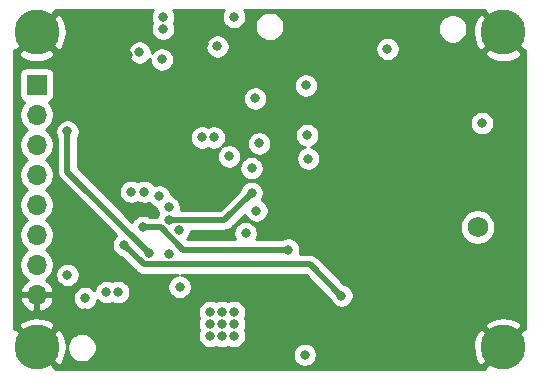
<source format=gbr>
%TF.GenerationSoftware,KiCad,Pcbnew,5.1.9*%
%TF.CreationDate,2021-02-20T15:12:24-08:00*%
%TF.ProjectId,Transmitter,5472616e-736d-4697-9474-65722e6b6963,rev?*%
%TF.SameCoordinates,Original*%
%TF.FileFunction,Copper,L3,Inr*%
%TF.FilePolarity,Positive*%
%FSLAX46Y46*%
G04 Gerber Fmt 4.6, Leading zero omitted, Abs format (unit mm)*
G04 Created by KiCad (PCBNEW 5.1.9) date 2021-02-20 15:12:24*
%MOMM*%
%LPD*%
G01*
G04 APERTURE LIST*
%TA.AperFunction,ComponentPad*%
%ADD10C,1.750000*%
%TD*%
%TA.AperFunction,ComponentPad*%
%ADD11C,3.800000*%
%TD*%
%TA.AperFunction,ComponentPad*%
%ADD12O,1.700000X1.700000*%
%TD*%
%TA.AperFunction,ComponentPad*%
%ADD13R,1.700000X1.700000*%
%TD*%
%TA.AperFunction,ViaPad*%
%ADD14C,0.800000*%
%TD*%
%TA.AperFunction,Conductor*%
%ADD15C,0.500000*%
%TD*%
%TA.AperFunction,Conductor*%
%ADD16C,0.254000*%
%TD*%
%TA.AperFunction,Conductor*%
%ADD17C,0.100000*%
%TD*%
G04 APERTURE END LIST*
D10*
%TO.N,Net-(J1-Pad1)*%
%TO.C,J1*%
X111633000Y-90805000D03*
%TD*%
D11*
%TO.N,GND*%
%TO.C,H1*%
X74295000Y-74295000D03*
%TD*%
%TO.N,GND*%
%TO.C,H2*%
X74295000Y-100965000D03*
%TD*%
%TO.N,GND*%
%TO.C,H3*%
X113792000Y-74295000D03*
%TD*%
%TO.N,GND*%
%TO.C,H4*%
X113792000Y-100965000D03*
%TD*%
D12*
%TO.N,GND*%
%TO.C,J7*%
X74295000Y-96520000D03*
%TO.N,SYS_WAKEUP*%
X74295000Y-93980000D03*
%TO.N,USART2_CTS*%
X74295000Y-91440000D03*
%TO.N,USART2_RTS*%
X74295000Y-88900000D03*
%TO.N,ADC_9*%
X74295000Y-86360000D03*
%TO.N,ADC_8*%
X74295000Y-83820000D03*
%TO.N,ADC_1*%
X74295000Y-81280000D03*
D13*
%TO.N,+3V3*%
X74295000Y-78740000D03*
%TD*%
D14*
%TO.N,+3V3*%
X91000000Y-98000000D03*
X91000000Y-99000000D03*
X91000000Y-100000000D03*
X90000000Y-100000000D03*
X90000000Y-99000000D03*
X90000000Y-98000000D03*
X89000000Y-98000000D03*
X89000000Y-99000000D03*
X89000000Y-100000000D03*
X112000000Y-82000000D03*
X83000000Y-76000000D03*
X85000000Y-74000000D03*
X85000000Y-73000000D03*
X91000000Y-73000000D03*
X88300000Y-83200000D03*
X89300000Y-83200000D03*
X80200000Y-96300000D03*
X81200000Y-96300000D03*
X92500000Y-85800000D03*
X76900000Y-94830000D03*
X104000000Y-75700000D03*
X97000000Y-101600000D03*
%TO.N,GND*%
X109105000Y-94179000D03*
X110105000Y-94179000D03*
X111105000Y-94179000D03*
X112105000Y-94179000D03*
X114100000Y-94200000D03*
X113105000Y-94179000D03*
X115100000Y-94200000D03*
X115100000Y-94200000D03*
X115100000Y-98200000D03*
X113105000Y-98179000D03*
X114100000Y-98200000D03*
X109105000Y-95179000D03*
X110105000Y-95179000D03*
X111105000Y-95179000D03*
X112105000Y-95179000D03*
X113105000Y-95179000D03*
X114100000Y-95200000D03*
X114100000Y-95200000D03*
X115100000Y-95200000D03*
X115100000Y-96200000D03*
X115100000Y-97200000D03*
X114100000Y-96200000D03*
X114100000Y-97200000D03*
X113105000Y-97179000D03*
X113105000Y-97179000D03*
X112105000Y-96179000D03*
X113105000Y-96179000D03*
X112105000Y-97179000D03*
X112105000Y-98179000D03*
X111105000Y-102179000D03*
X111105000Y-101179000D03*
X111105000Y-100179000D03*
X111105000Y-99179000D03*
X111105000Y-98179000D03*
X111105000Y-97179000D03*
X111105000Y-96179000D03*
X110105000Y-96179000D03*
X110105000Y-97179000D03*
X110105000Y-98179000D03*
X110105000Y-99179000D03*
X110105000Y-101179000D03*
X110105000Y-100179000D03*
X110105000Y-102179000D03*
X109105000Y-102179000D03*
X109105000Y-101179000D03*
X109105000Y-100179000D03*
X109105000Y-99179000D03*
X109105000Y-98179000D03*
X109105000Y-97179000D03*
X109105000Y-96179000D03*
X82000000Y-76200000D03*
X88500000Y-75300000D03*
X86400000Y-81600000D03*
X86400000Y-80600000D03*
X87400000Y-80600000D03*
X80700000Y-76200000D03*
X79500000Y-80750000D03*
X80600000Y-80750000D03*
X88900000Y-86600000D03*
X81300000Y-82900000D03*
X78358002Y-98100000D03*
X97500000Y-87800000D03*
X98600000Y-87800000D03*
X98700000Y-82500000D03*
X97800000Y-81400000D03*
%TO.N,HSE_IN*%
X85500000Y-93100000D03*
%TO.N,Net-(CFG1-Pad2)*%
X92900000Y-89400000D03*
%TO.N,USART2_TX*%
X83300000Y-90800000D03*
X95600000Y-92700000D03*
%TO.N,USART2_RX*%
X81700000Y-92300000D03*
X100100000Y-96600000D03*
%TO.N,I2C_SDA*%
X84900000Y-76600000D03*
%TO.N,I2C_SCL*%
X89600000Y-75500000D03*
%TO.N,MOSI*%
X92800000Y-79900000D03*
%TO.N,MISO*%
X90595010Y-84800000D03*
X97100000Y-78800000D03*
%TO.N,SCK*%
X97200000Y-83000000D03*
%TO.N,CS*%
X92000000Y-91300000D03*
X93134998Y-83700000D03*
X97300000Y-85000000D03*
%TO.N,ADC_1*%
X86323959Y-91073959D03*
%TO.N,ADC_8*%
X85473959Y-89100000D03*
%TO.N,ADC_9*%
X84700000Y-88200000D03*
%TO.N,USART2_RTS*%
X82300000Y-87800000D03*
%TO.N,USART2_CTS*%
X83400000Y-87800000D03*
%TO.N,SYS_WAKEUP*%
X86414352Y-95862000D03*
%TO.N,RST*%
X92500000Y-87900000D03*
X85473959Y-90200000D03*
%TO.N,NRST*%
X83800000Y-93000000D03*
X76900000Y-82700000D03*
%TO.N,Net-(R9-Pad1)*%
X78400000Y-96800000D03*
%TD*%
D15*
%TO.N,USART2_TX*%
X86691998Y-92700000D02*
X95600000Y-92700000D01*
X84791998Y-90800000D02*
X86691998Y-92700000D01*
X83300000Y-90800000D02*
X84791998Y-90800000D01*
%TO.N,USART2_RX*%
X83350001Y-93950001D02*
X97450001Y-93950001D01*
X97450001Y-93950001D02*
X100100000Y-96600000D01*
X81700000Y-92300000D02*
X83350001Y-93950001D01*
%TO.N,RST*%
X90200000Y-90200000D02*
X92500000Y-87900000D01*
X85473959Y-90200000D02*
X90200000Y-90200000D01*
%TO.N,NRST*%
X76900000Y-86100000D02*
X76900000Y-82700000D01*
X83800000Y-93000000D02*
X76900000Y-86100000D01*
%TD*%
D16*
%TO.N,GND*%
X84082795Y-72509744D02*
X84004774Y-72698102D01*
X83965000Y-72898061D01*
X83965000Y-73101939D01*
X84004774Y-73301898D01*
X84082795Y-73490256D01*
X84089306Y-73500000D01*
X84082795Y-73509744D01*
X84004774Y-73698102D01*
X83965000Y-73898061D01*
X83965000Y-74101939D01*
X84004774Y-74301898D01*
X84082795Y-74490256D01*
X84196063Y-74659774D01*
X84340226Y-74803937D01*
X84509744Y-74917205D01*
X84698102Y-74995226D01*
X84898061Y-75035000D01*
X85101939Y-75035000D01*
X85301898Y-74995226D01*
X85490256Y-74917205D01*
X85659774Y-74803937D01*
X85803937Y-74659774D01*
X85917205Y-74490256D01*
X85995226Y-74301898D01*
X86035000Y-74101939D01*
X86035000Y-73898061D01*
X85995226Y-73698102D01*
X85917205Y-73509744D01*
X85910694Y-73500000D01*
X85917205Y-73490256D01*
X85995226Y-73301898D01*
X86035000Y-73101939D01*
X86035000Y-72898061D01*
X85995226Y-72698102D01*
X85917205Y-72509744D01*
X85853899Y-72415000D01*
X90146101Y-72415000D01*
X90082795Y-72509744D01*
X90004774Y-72698102D01*
X89965000Y-72898061D01*
X89965000Y-73101939D01*
X90004774Y-73301898D01*
X90082795Y-73490256D01*
X90196063Y-73659774D01*
X90340226Y-73803937D01*
X90509744Y-73917205D01*
X90698102Y-73995226D01*
X90898061Y-74035000D01*
X91101939Y-74035000D01*
X91301898Y-73995226D01*
X91490256Y-73917205D01*
X91659774Y-73803937D01*
X91786821Y-73676890D01*
X92774048Y-73676890D01*
X92774048Y-73923110D01*
X92822083Y-74164598D01*
X92916307Y-74392074D01*
X93053099Y-74596798D01*
X93227202Y-74770901D01*
X93431926Y-74907693D01*
X93659402Y-75001917D01*
X93900890Y-75049952D01*
X94147110Y-75049952D01*
X94388598Y-75001917D01*
X94616074Y-74907693D01*
X94820798Y-74770901D01*
X94994901Y-74596798D01*
X95131693Y-74392074D01*
X95225917Y-74164598D01*
X95273952Y-73923110D01*
X95273952Y-73876890D01*
X108274048Y-73876890D01*
X108274048Y-74123110D01*
X108322083Y-74364598D01*
X108416307Y-74592074D01*
X108553099Y-74796798D01*
X108727202Y-74970901D01*
X108931926Y-75107693D01*
X109159402Y-75201917D01*
X109400890Y-75249952D01*
X109647110Y-75249952D01*
X109888598Y-75201917D01*
X110116074Y-75107693D01*
X110320798Y-74970901D01*
X110494901Y-74796798D01*
X110631693Y-74592074D01*
X110725917Y-74364598D01*
X110734386Y-74322021D01*
X111244877Y-74322021D01*
X111299091Y-74818422D01*
X111449106Y-75294707D01*
X111659133Y-75687638D01*
X112015651Y-75891744D01*
X113612395Y-74295000D01*
X112015651Y-72698256D01*
X111659133Y-72902362D01*
X111428425Y-73345223D01*
X111288548Y-73824583D01*
X111244877Y-74322021D01*
X110734386Y-74322021D01*
X110773952Y-74123110D01*
X110773952Y-73876890D01*
X110725917Y-73635402D01*
X110631693Y-73407926D01*
X110494901Y-73203202D01*
X110320798Y-73029099D01*
X110116074Y-72892307D01*
X109888598Y-72798083D01*
X109647110Y-72750048D01*
X109400890Y-72750048D01*
X109159402Y-72798083D01*
X108931926Y-72892307D01*
X108727202Y-73029099D01*
X108553099Y-73203202D01*
X108416307Y-73407926D01*
X108322083Y-73635402D01*
X108274048Y-73876890D01*
X95273952Y-73876890D01*
X95273952Y-73676890D01*
X95225917Y-73435402D01*
X95131693Y-73207926D01*
X94994901Y-73003202D01*
X94820798Y-72829099D01*
X94616074Y-72692307D01*
X94388598Y-72598083D01*
X94147110Y-72550048D01*
X93900890Y-72550048D01*
X93659402Y-72598083D01*
X93431926Y-72692307D01*
X93227202Y-72829099D01*
X93053099Y-73003202D01*
X92916307Y-73207926D01*
X92822083Y-73435402D01*
X92774048Y-73676890D01*
X91786821Y-73676890D01*
X91803937Y-73659774D01*
X91917205Y-73490256D01*
X91995226Y-73301898D01*
X92035000Y-73101939D01*
X92035000Y-72898061D01*
X91995226Y-72698102D01*
X91917205Y-72509744D01*
X91853899Y-72415000D01*
X112254596Y-72415000D01*
X112195256Y-72518651D01*
X113792000Y-74115395D01*
X113806143Y-74101253D01*
X113985748Y-74280858D01*
X113971605Y-74295000D01*
X115568349Y-75891744D01*
X115672001Y-75832403D01*
X115672000Y-99427596D01*
X115568349Y-99368256D01*
X113971605Y-100965000D01*
X113985748Y-100979143D01*
X113806143Y-101158748D01*
X113792000Y-101144605D01*
X112195256Y-102741349D01*
X112254596Y-102845000D01*
X75832404Y-102845000D01*
X75891744Y-102741349D01*
X74295000Y-101144605D01*
X74280858Y-101158748D01*
X74101253Y-100979143D01*
X74115395Y-100965000D01*
X74474605Y-100965000D01*
X76071349Y-102561744D01*
X76427867Y-102357638D01*
X76658575Y-101914777D01*
X76798452Y-101435417D01*
X76842123Y-100937979D01*
X76835452Y-100876890D01*
X76874048Y-100876890D01*
X76874048Y-101123110D01*
X76922083Y-101364598D01*
X77016307Y-101592074D01*
X77153099Y-101796798D01*
X77327202Y-101970901D01*
X77531926Y-102107693D01*
X77759402Y-102201917D01*
X78000890Y-102249952D01*
X78247110Y-102249952D01*
X78488598Y-102201917D01*
X78716074Y-102107693D01*
X78920798Y-101970901D01*
X79094901Y-101796798D01*
X79231693Y-101592074D01*
X79270634Y-101498061D01*
X95965000Y-101498061D01*
X95965000Y-101701939D01*
X96004774Y-101901898D01*
X96082795Y-102090256D01*
X96196063Y-102259774D01*
X96340226Y-102403937D01*
X96509744Y-102517205D01*
X96698102Y-102595226D01*
X96898061Y-102635000D01*
X97101939Y-102635000D01*
X97301898Y-102595226D01*
X97490256Y-102517205D01*
X97659774Y-102403937D01*
X97803937Y-102259774D01*
X97917205Y-102090256D01*
X97995226Y-101901898D01*
X98035000Y-101701939D01*
X98035000Y-101498061D01*
X97995226Y-101298102D01*
X97917205Y-101109744D01*
X97838546Y-100992021D01*
X111244877Y-100992021D01*
X111299091Y-101488422D01*
X111449106Y-101964707D01*
X111659133Y-102357638D01*
X112015651Y-102561744D01*
X113612395Y-100965000D01*
X112015651Y-99368256D01*
X111659133Y-99572362D01*
X111428425Y-100015223D01*
X111288548Y-100494583D01*
X111244877Y-100992021D01*
X97838546Y-100992021D01*
X97803937Y-100940226D01*
X97659774Y-100796063D01*
X97490256Y-100682795D01*
X97301898Y-100604774D01*
X97101939Y-100565000D01*
X96898061Y-100565000D01*
X96698102Y-100604774D01*
X96509744Y-100682795D01*
X96340226Y-100796063D01*
X96196063Y-100940226D01*
X96082795Y-101109744D01*
X96004774Y-101298102D01*
X95965000Y-101498061D01*
X79270634Y-101498061D01*
X79325917Y-101364598D01*
X79373952Y-101123110D01*
X79373952Y-100876890D01*
X79325917Y-100635402D01*
X79231693Y-100407926D01*
X79094901Y-100203202D01*
X78920798Y-100029099D01*
X78716074Y-99892307D01*
X78488598Y-99798083D01*
X78247110Y-99750048D01*
X78000890Y-99750048D01*
X77759402Y-99798083D01*
X77531926Y-99892307D01*
X77327202Y-100029099D01*
X77153099Y-100203202D01*
X77016307Y-100407926D01*
X76922083Y-100635402D01*
X76874048Y-100876890D01*
X76835452Y-100876890D01*
X76787909Y-100441578D01*
X76637894Y-99965293D01*
X76427867Y-99572362D01*
X76071349Y-99368256D01*
X74474605Y-100965000D01*
X74115395Y-100965000D01*
X72518651Y-99368256D01*
X72415000Y-99427596D01*
X72415000Y-99188651D01*
X72698256Y-99188651D01*
X74295000Y-100785395D01*
X75891744Y-99188651D01*
X75687638Y-98832133D01*
X75244777Y-98601425D01*
X74765417Y-98461548D01*
X74267979Y-98417877D01*
X73771578Y-98472091D01*
X73295293Y-98622106D01*
X72902362Y-98832133D01*
X72698256Y-99188651D01*
X72415000Y-99188651D01*
X72415000Y-96876890D01*
X72853524Y-96876890D01*
X72898175Y-97024099D01*
X73023359Y-97286920D01*
X73197412Y-97520269D01*
X73413645Y-97715178D01*
X73663748Y-97864157D01*
X73938109Y-97961481D01*
X74168000Y-97840814D01*
X74168000Y-96647000D01*
X74422000Y-96647000D01*
X74422000Y-97840814D01*
X74651891Y-97961481D01*
X74830675Y-97898061D01*
X87965000Y-97898061D01*
X87965000Y-98101939D01*
X88004774Y-98301898D01*
X88082795Y-98490256D01*
X88089306Y-98500000D01*
X88082795Y-98509744D01*
X88004774Y-98698102D01*
X87965000Y-98898061D01*
X87965000Y-99101939D01*
X88004774Y-99301898D01*
X88082795Y-99490256D01*
X88089306Y-99500000D01*
X88082795Y-99509744D01*
X88004774Y-99698102D01*
X87965000Y-99898061D01*
X87965000Y-100101939D01*
X88004774Y-100301898D01*
X88082795Y-100490256D01*
X88196063Y-100659774D01*
X88340226Y-100803937D01*
X88509744Y-100917205D01*
X88698102Y-100995226D01*
X88898061Y-101035000D01*
X89101939Y-101035000D01*
X89301898Y-100995226D01*
X89490256Y-100917205D01*
X89500000Y-100910694D01*
X89509744Y-100917205D01*
X89698102Y-100995226D01*
X89898061Y-101035000D01*
X90101939Y-101035000D01*
X90301898Y-100995226D01*
X90490256Y-100917205D01*
X90500000Y-100910694D01*
X90509744Y-100917205D01*
X90698102Y-100995226D01*
X90898061Y-101035000D01*
X91101939Y-101035000D01*
X91301898Y-100995226D01*
X91490256Y-100917205D01*
X91659774Y-100803937D01*
X91803937Y-100659774D01*
X91917205Y-100490256D01*
X91995226Y-100301898D01*
X92035000Y-100101939D01*
X92035000Y-99898061D01*
X91995226Y-99698102D01*
X91917205Y-99509744D01*
X91910694Y-99500000D01*
X91917205Y-99490256D01*
X91995226Y-99301898D01*
X92017752Y-99188651D01*
X112195256Y-99188651D01*
X113792000Y-100785395D01*
X115388744Y-99188651D01*
X115184638Y-98832133D01*
X114741777Y-98601425D01*
X114262417Y-98461548D01*
X113764979Y-98417877D01*
X113268578Y-98472091D01*
X112792293Y-98622106D01*
X112399362Y-98832133D01*
X112195256Y-99188651D01*
X92017752Y-99188651D01*
X92035000Y-99101939D01*
X92035000Y-98898061D01*
X91995226Y-98698102D01*
X91917205Y-98509744D01*
X91910694Y-98500000D01*
X91917205Y-98490256D01*
X91995226Y-98301898D01*
X92035000Y-98101939D01*
X92035000Y-97898061D01*
X91995226Y-97698102D01*
X91917205Y-97509744D01*
X91803937Y-97340226D01*
X91659774Y-97196063D01*
X91490256Y-97082795D01*
X91301898Y-97004774D01*
X91101939Y-96965000D01*
X90898061Y-96965000D01*
X90698102Y-97004774D01*
X90509744Y-97082795D01*
X90500000Y-97089306D01*
X90490256Y-97082795D01*
X90301898Y-97004774D01*
X90101939Y-96965000D01*
X89898061Y-96965000D01*
X89698102Y-97004774D01*
X89509744Y-97082795D01*
X89500000Y-97089306D01*
X89490256Y-97082795D01*
X89301898Y-97004774D01*
X89101939Y-96965000D01*
X88898061Y-96965000D01*
X88698102Y-97004774D01*
X88509744Y-97082795D01*
X88340226Y-97196063D01*
X88196063Y-97340226D01*
X88082795Y-97509744D01*
X88004774Y-97698102D01*
X87965000Y-97898061D01*
X74830675Y-97898061D01*
X74926252Y-97864157D01*
X75176355Y-97715178D01*
X75392588Y-97520269D01*
X75566641Y-97286920D01*
X75691825Y-97024099D01*
X75736476Y-96876890D01*
X75642102Y-96698061D01*
X77365000Y-96698061D01*
X77365000Y-96901939D01*
X77404774Y-97101898D01*
X77482795Y-97290256D01*
X77596063Y-97459774D01*
X77740226Y-97603937D01*
X77909744Y-97717205D01*
X78098102Y-97795226D01*
X78298061Y-97835000D01*
X78501939Y-97835000D01*
X78701898Y-97795226D01*
X78890256Y-97717205D01*
X79059774Y-97603937D01*
X79203937Y-97459774D01*
X79317205Y-97290256D01*
X79395226Y-97101898D01*
X79418945Y-96982656D01*
X79540226Y-97103937D01*
X79709744Y-97217205D01*
X79898102Y-97295226D01*
X80098061Y-97335000D01*
X80301939Y-97335000D01*
X80501898Y-97295226D01*
X80690256Y-97217205D01*
X80700000Y-97210694D01*
X80709744Y-97217205D01*
X80898102Y-97295226D01*
X81098061Y-97335000D01*
X81301939Y-97335000D01*
X81501898Y-97295226D01*
X81690256Y-97217205D01*
X81859774Y-97103937D01*
X82003937Y-96959774D01*
X82117205Y-96790256D01*
X82195226Y-96601898D01*
X82235000Y-96401939D01*
X82235000Y-96198061D01*
X82195226Y-95998102D01*
X82117205Y-95809744D01*
X82003937Y-95640226D01*
X81859774Y-95496063D01*
X81690256Y-95382795D01*
X81501898Y-95304774D01*
X81301939Y-95265000D01*
X81098061Y-95265000D01*
X80898102Y-95304774D01*
X80709744Y-95382795D01*
X80700000Y-95389306D01*
X80690256Y-95382795D01*
X80501898Y-95304774D01*
X80301939Y-95265000D01*
X80098061Y-95265000D01*
X79898102Y-95304774D01*
X79709744Y-95382795D01*
X79540226Y-95496063D01*
X79396063Y-95640226D01*
X79282795Y-95809744D01*
X79204774Y-95998102D01*
X79181055Y-96117344D01*
X79059774Y-95996063D01*
X78890256Y-95882795D01*
X78701898Y-95804774D01*
X78501939Y-95765000D01*
X78298061Y-95765000D01*
X78098102Y-95804774D01*
X77909744Y-95882795D01*
X77740226Y-95996063D01*
X77596063Y-96140226D01*
X77482795Y-96309744D01*
X77404774Y-96498102D01*
X77365000Y-96698061D01*
X75642102Y-96698061D01*
X75615155Y-96647000D01*
X74422000Y-96647000D01*
X74168000Y-96647000D01*
X72974845Y-96647000D01*
X72853524Y-96876890D01*
X72415000Y-96876890D01*
X72415000Y-77890000D01*
X72806928Y-77890000D01*
X72806928Y-79590000D01*
X72819188Y-79714482D01*
X72855498Y-79834180D01*
X72914463Y-79944494D01*
X72993815Y-80041185D01*
X73090506Y-80120537D01*
X73200820Y-80179502D01*
X73273380Y-80201513D01*
X73141525Y-80333368D01*
X72979010Y-80576589D01*
X72867068Y-80846842D01*
X72810000Y-81133740D01*
X72810000Y-81426260D01*
X72867068Y-81713158D01*
X72979010Y-81983411D01*
X73141525Y-82226632D01*
X73348368Y-82433475D01*
X73522760Y-82550000D01*
X73348368Y-82666525D01*
X73141525Y-82873368D01*
X72979010Y-83116589D01*
X72867068Y-83386842D01*
X72810000Y-83673740D01*
X72810000Y-83966260D01*
X72867068Y-84253158D01*
X72979010Y-84523411D01*
X73141525Y-84766632D01*
X73348368Y-84973475D01*
X73522760Y-85090000D01*
X73348368Y-85206525D01*
X73141525Y-85413368D01*
X72979010Y-85656589D01*
X72867068Y-85926842D01*
X72810000Y-86213740D01*
X72810000Y-86506260D01*
X72867068Y-86793158D01*
X72979010Y-87063411D01*
X73141525Y-87306632D01*
X73348368Y-87513475D01*
X73522760Y-87630000D01*
X73348368Y-87746525D01*
X73141525Y-87953368D01*
X72979010Y-88196589D01*
X72867068Y-88466842D01*
X72810000Y-88753740D01*
X72810000Y-89046260D01*
X72867068Y-89333158D01*
X72979010Y-89603411D01*
X73141525Y-89846632D01*
X73348368Y-90053475D01*
X73522760Y-90170000D01*
X73348368Y-90286525D01*
X73141525Y-90493368D01*
X72979010Y-90736589D01*
X72867068Y-91006842D01*
X72810000Y-91293740D01*
X72810000Y-91586260D01*
X72867068Y-91873158D01*
X72979010Y-92143411D01*
X73141525Y-92386632D01*
X73348368Y-92593475D01*
X73522760Y-92710000D01*
X73348368Y-92826525D01*
X73141525Y-93033368D01*
X72979010Y-93276589D01*
X72867068Y-93546842D01*
X72810000Y-93833740D01*
X72810000Y-94126260D01*
X72867068Y-94413158D01*
X72979010Y-94683411D01*
X73141525Y-94926632D01*
X73348368Y-95133475D01*
X73530534Y-95255195D01*
X73413645Y-95324822D01*
X73197412Y-95519731D01*
X73023359Y-95753080D01*
X72898175Y-96015901D01*
X72853524Y-96163110D01*
X72974845Y-96393000D01*
X74168000Y-96393000D01*
X74168000Y-96373000D01*
X74422000Y-96373000D01*
X74422000Y-96393000D01*
X75615155Y-96393000D01*
X75736476Y-96163110D01*
X75691825Y-96015901D01*
X75566641Y-95753080D01*
X75392588Y-95519731D01*
X75176355Y-95324822D01*
X75059466Y-95255195D01*
X75241632Y-95133475D01*
X75448475Y-94926632D01*
X75581155Y-94728061D01*
X75865000Y-94728061D01*
X75865000Y-94931939D01*
X75904774Y-95131898D01*
X75982795Y-95320256D01*
X76096063Y-95489774D01*
X76240226Y-95633937D01*
X76409744Y-95747205D01*
X76598102Y-95825226D01*
X76798061Y-95865000D01*
X77001939Y-95865000D01*
X77201898Y-95825226D01*
X77390256Y-95747205D01*
X77559774Y-95633937D01*
X77703937Y-95489774D01*
X77817205Y-95320256D01*
X77895226Y-95131898D01*
X77935000Y-94931939D01*
X77935000Y-94728061D01*
X77895226Y-94528102D01*
X77817205Y-94339744D01*
X77703937Y-94170226D01*
X77559774Y-94026063D01*
X77390256Y-93912795D01*
X77201898Y-93834774D01*
X77001939Y-93795000D01*
X76798061Y-93795000D01*
X76598102Y-93834774D01*
X76409744Y-93912795D01*
X76240226Y-94026063D01*
X76096063Y-94170226D01*
X75982795Y-94339744D01*
X75904774Y-94528102D01*
X75865000Y-94728061D01*
X75581155Y-94728061D01*
X75610990Y-94683411D01*
X75722932Y-94413158D01*
X75780000Y-94126260D01*
X75780000Y-93833740D01*
X75722932Y-93546842D01*
X75610990Y-93276589D01*
X75448475Y-93033368D01*
X75241632Y-92826525D01*
X75067240Y-92710000D01*
X75241632Y-92593475D01*
X75448475Y-92386632D01*
X75610990Y-92143411D01*
X75722932Y-91873158D01*
X75780000Y-91586260D01*
X75780000Y-91293740D01*
X75722932Y-91006842D01*
X75610990Y-90736589D01*
X75448475Y-90493368D01*
X75241632Y-90286525D01*
X75067240Y-90170000D01*
X75241632Y-90053475D01*
X75448475Y-89846632D01*
X75610990Y-89603411D01*
X75722932Y-89333158D01*
X75780000Y-89046260D01*
X75780000Y-88753740D01*
X75722932Y-88466842D01*
X75610990Y-88196589D01*
X75448475Y-87953368D01*
X75241632Y-87746525D01*
X75067240Y-87630000D01*
X75241632Y-87513475D01*
X75448475Y-87306632D01*
X75610990Y-87063411D01*
X75722932Y-86793158D01*
X75780000Y-86506260D01*
X75780000Y-86213740D01*
X75722932Y-85926842D01*
X75610990Y-85656589D01*
X75448475Y-85413368D01*
X75241632Y-85206525D01*
X75067240Y-85090000D01*
X75241632Y-84973475D01*
X75448475Y-84766632D01*
X75610990Y-84523411D01*
X75722932Y-84253158D01*
X75780000Y-83966260D01*
X75780000Y-83673740D01*
X75722932Y-83386842D01*
X75610990Y-83116589D01*
X75448475Y-82873368D01*
X75241632Y-82666525D01*
X75139169Y-82598061D01*
X75865000Y-82598061D01*
X75865000Y-82801939D01*
X75904774Y-83001898D01*
X75982795Y-83190256D01*
X76015001Y-83238456D01*
X76015000Y-86056531D01*
X76010719Y-86100000D01*
X76015000Y-86143469D01*
X76015000Y-86143476D01*
X76027805Y-86273489D01*
X76078411Y-86440312D01*
X76160589Y-86594058D01*
X76271183Y-86728817D01*
X76304956Y-86756534D01*
X81042779Y-91494357D01*
X81040226Y-91496063D01*
X80896063Y-91640226D01*
X80782795Y-91809744D01*
X80704774Y-91998102D01*
X80665000Y-92198061D01*
X80665000Y-92401939D01*
X80704774Y-92601898D01*
X80782795Y-92790256D01*
X80896063Y-92959774D01*
X81040226Y-93103937D01*
X81209744Y-93217205D01*
X81398102Y-93295226D01*
X81454957Y-93306535D01*
X82693471Y-94545050D01*
X82721184Y-94578818D01*
X82754952Y-94606531D01*
X82754954Y-94606533D01*
X82848630Y-94683411D01*
X82855942Y-94689412D01*
X83009688Y-94771590D01*
X83176511Y-94822196D01*
X83306524Y-94835001D01*
X83306532Y-94835001D01*
X83350001Y-94839282D01*
X83393470Y-94835001D01*
X86272189Y-94835001D01*
X86112454Y-94866774D01*
X85924096Y-94944795D01*
X85754578Y-95058063D01*
X85610415Y-95202226D01*
X85497147Y-95371744D01*
X85419126Y-95560102D01*
X85379352Y-95760061D01*
X85379352Y-95963939D01*
X85419126Y-96163898D01*
X85497147Y-96352256D01*
X85610415Y-96521774D01*
X85754578Y-96665937D01*
X85924096Y-96779205D01*
X86112454Y-96857226D01*
X86312413Y-96897000D01*
X86516291Y-96897000D01*
X86716250Y-96857226D01*
X86904608Y-96779205D01*
X87074126Y-96665937D01*
X87218289Y-96521774D01*
X87331557Y-96352256D01*
X87409578Y-96163898D01*
X87449352Y-95963939D01*
X87449352Y-95760061D01*
X87409578Y-95560102D01*
X87331557Y-95371744D01*
X87218289Y-95202226D01*
X87074126Y-95058063D01*
X86904608Y-94944795D01*
X86716250Y-94866774D01*
X86556515Y-94835001D01*
X97083423Y-94835001D01*
X99093465Y-96845044D01*
X99104774Y-96901898D01*
X99182795Y-97090256D01*
X99296063Y-97259774D01*
X99440226Y-97403937D01*
X99609744Y-97517205D01*
X99798102Y-97595226D01*
X99998061Y-97635000D01*
X100201939Y-97635000D01*
X100401898Y-97595226D01*
X100590256Y-97517205D01*
X100759774Y-97403937D01*
X100903937Y-97259774D01*
X101017205Y-97090256D01*
X101095226Y-96901898D01*
X101135000Y-96701939D01*
X101135000Y-96498061D01*
X101095226Y-96298102D01*
X101017205Y-96109744D01*
X100903937Y-95940226D01*
X100759774Y-95796063D01*
X100590256Y-95682795D01*
X100401898Y-95604774D01*
X100345044Y-95593465D01*
X98106535Y-93354957D01*
X98078818Y-93321184D01*
X97944060Y-93210590D01*
X97790314Y-93128412D01*
X97623491Y-93077806D01*
X97493478Y-93065001D01*
X97493470Y-93065001D01*
X97450001Y-93060720D01*
X97406532Y-93065001D01*
X96569088Y-93065001D01*
X96595226Y-93001898D01*
X96635000Y-92801939D01*
X96635000Y-92598061D01*
X96595226Y-92398102D01*
X96517205Y-92209744D01*
X96403937Y-92040226D01*
X96259774Y-91896063D01*
X96090256Y-91782795D01*
X95901898Y-91704774D01*
X95701939Y-91665000D01*
X95498061Y-91665000D01*
X95298102Y-91704774D01*
X95109744Y-91782795D01*
X95061546Y-91815000D01*
X92900672Y-91815000D01*
X92917205Y-91790256D01*
X92995226Y-91601898D01*
X93035000Y-91401939D01*
X93035000Y-91198061D01*
X92995226Y-90998102D01*
X92917205Y-90809744D01*
X92814663Y-90656278D01*
X110123000Y-90656278D01*
X110123000Y-90953722D01*
X110181029Y-91245451D01*
X110294856Y-91520253D01*
X110460107Y-91767569D01*
X110670431Y-91977893D01*
X110917747Y-92143144D01*
X111192549Y-92256971D01*
X111484278Y-92315000D01*
X111781722Y-92315000D01*
X112073451Y-92256971D01*
X112348253Y-92143144D01*
X112595569Y-91977893D01*
X112805893Y-91767569D01*
X112971144Y-91520253D01*
X113084971Y-91245451D01*
X113143000Y-90953722D01*
X113143000Y-90656278D01*
X113084971Y-90364549D01*
X112971144Y-90089747D01*
X112805893Y-89842431D01*
X112595569Y-89632107D01*
X112348253Y-89466856D01*
X112073451Y-89353029D01*
X111781722Y-89295000D01*
X111484278Y-89295000D01*
X111192549Y-89353029D01*
X110917747Y-89466856D01*
X110670431Y-89632107D01*
X110460107Y-89842431D01*
X110294856Y-90089747D01*
X110181029Y-90364549D01*
X110123000Y-90656278D01*
X92814663Y-90656278D01*
X92803937Y-90640226D01*
X92659774Y-90496063D01*
X92490256Y-90382795D01*
X92301898Y-90304774D01*
X92101939Y-90265000D01*
X91898061Y-90265000D01*
X91698102Y-90304774D01*
X91509744Y-90382795D01*
X91340226Y-90496063D01*
X91196063Y-90640226D01*
X91082795Y-90809744D01*
X91004774Y-90998102D01*
X90965000Y-91198061D01*
X90965000Y-91401939D01*
X91004774Y-91601898D01*
X91082795Y-91790256D01*
X91099328Y-91815000D01*
X87058577Y-91815000D01*
X87052603Y-91809026D01*
X87127896Y-91733733D01*
X87241164Y-91564215D01*
X87319185Y-91375857D01*
X87358959Y-91175898D01*
X87358959Y-91085000D01*
X90156531Y-91085000D01*
X90200000Y-91089281D01*
X90243469Y-91085000D01*
X90243477Y-91085000D01*
X90373490Y-91072195D01*
X90540313Y-91021589D01*
X90694059Y-90939411D01*
X90828817Y-90828817D01*
X90856534Y-90795044D01*
X91917927Y-89733652D01*
X91982795Y-89890256D01*
X92096063Y-90059774D01*
X92240226Y-90203937D01*
X92409744Y-90317205D01*
X92598102Y-90395226D01*
X92798061Y-90435000D01*
X93001939Y-90435000D01*
X93201898Y-90395226D01*
X93390256Y-90317205D01*
X93559774Y-90203937D01*
X93703937Y-90059774D01*
X93817205Y-89890256D01*
X93895226Y-89701898D01*
X93935000Y-89501939D01*
X93935000Y-89298061D01*
X93895226Y-89098102D01*
X93817205Y-88909744D01*
X93703937Y-88740226D01*
X93559774Y-88596063D01*
X93390256Y-88482795D01*
X93362934Y-88471478D01*
X93417205Y-88390256D01*
X93495226Y-88201898D01*
X93535000Y-88001939D01*
X93535000Y-87798061D01*
X93495226Y-87598102D01*
X93417205Y-87409744D01*
X93303937Y-87240226D01*
X93159774Y-87096063D01*
X92990256Y-86982795D01*
X92801898Y-86904774D01*
X92601939Y-86865000D01*
X92398061Y-86865000D01*
X92198102Y-86904774D01*
X92009744Y-86982795D01*
X91840226Y-87096063D01*
X91696063Y-87240226D01*
X91582795Y-87409744D01*
X91504774Y-87598102D01*
X91493465Y-87654956D01*
X89833422Y-89315000D01*
X86486470Y-89315000D01*
X86508959Y-89201939D01*
X86508959Y-88998061D01*
X86469185Y-88798102D01*
X86391164Y-88609744D01*
X86277896Y-88440226D01*
X86133733Y-88296063D01*
X85964215Y-88182795D01*
X85775857Y-88104774D01*
X85734707Y-88096589D01*
X85695226Y-87898102D01*
X85617205Y-87709744D01*
X85503937Y-87540226D01*
X85359774Y-87396063D01*
X85190256Y-87282795D01*
X85001898Y-87204774D01*
X84801939Y-87165000D01*
X84598061Y-87165000D01*
X84398102Y-87204774D01*
X84279807Y-87253774D01*
X84203937Y-87140226D01*
X84059774Y-86996063D01*
X83890256Y-86882795D01*
X83701898Y-86804774D01*
X83501939Y-86765000D01*
X83298061Y-86765000D01*
X83098102Y-86804774D01*
X82909744Y-86882795D01*
X82850000Y-86922715D01*
X82790256Y-86882795D01*
X82601898Y-86804774D01*
X82401939Y-86765000D01*
X82198061Y-86765000D01*
X81998102Y-86804774D01*
X81809744Y-86882795D01*
X81640226Y-86996063D01*
X81496063Y-87140226D01*
X81382795Y-87309744D01*
X81304774Y-87498102D01*
X81265000Y-87698061D01*
X81265000Y-87901939D01*
X81304774Y-88101898D01*
X81382795Y-88290256D01*
X81496063Y-88459774D01*
X81640226Y-88603937D01*
X81809744Y-88717205D01*
X81998102Y-88795226D01*
X82198061Y-88835000D01*
X82401939Y-88835000D01*
X82601898Y-88795226D01*
X82790256Y-88717205D01*
X82850000Y-88677285D01*
X82909744Y-88717205D01*
X83098102Y-88795226D01*
X83298061Y-88835000D01*
X83501939Y-88835000D01*
X83701898Y-88795226D01*
X83820193Y-88746226D01*
X83896063Y-88859774D01*
X84040226Y-89003937D01*
X84209744Y-89117205D01*
X84398102Y-89195226D01*
X84439252Y-89203411D01*
X84478733Y-89401898D01*
X84556754Y-89590256D01*
X84596674Y-89650000D01*
X84556754Y-89709744D01*
X84478733Y-89898102D01*
X84475372Y-89915000D01*
X83838454Y-89915000D01*
X83790256Y-89882795D01*
X83601898Y-89804774D01*
X83401939Y-89765000D01*
X83198061Y-89765000D01*
X82998102Y-89804774D01*
X82809744Y-89882795D01*
X82640226Y-89996063D01*
X82496063Y-90140226D01*
X82382795Y-90309744D01*
X82376506Y-90324927D01*
X77785000Y-85733422D01*
X77785000Y-83238454D01*
X77817205Y-83190256D01*
X77855393Y-83098061D01*
X87265000Y-83098061D01*
X87265000Y-83301939D01*
X87304774Y-83501898D01*
X87382795Y-83690256D01*
X87496063Y-83859774D01*
X87640226Y-84003937D01*
X87809744Y-84117205D01*
X87998102Y-84195226D01*
X88198061Y-84235000D01*
X88401939Y-84235000D01*
X88601898Y-84195226D01*
X88790256Y-84117205D01*
X88800000Y-84110694D01*
X88809744Y-84117205D01*
X88998102Y-84195226D01*
X89198061Y-84235000D01*
X89401939Y-84235000D01*
X89601898Y-84195226D01*
X89790256Y-84117205D01*
X89862095Y-84069204D01*
X89791073Y-84140226D01*
X89677805Y-84309744D01*
X89599784Y-84498102D01*
X89560010Y-84698061D01*
X89560010Y-84901939D01*
X89599784Y-85101898D01*
X89677805Y-85290256D01*
X89791073Y-85459774D01*
X89935236Y-85603937D01*
X90104754Y-85717205D01*
X90293112Y-85795226D01*
X90493071Y-85835000D01*
X90696949Y-85835000D01*
X90896908Y-85795226D01*
X91085266Y-85717205D01*
X91113917Y-85698061D01*
X91465000Y-85698061D01*
X91465000Y-85901939D01*
X91504774Y-86101898D01*
X91582795Y-86290256D01*
X91696063Y-86459774D01*
X91840226Y-86603937D01*
X92009744Y-86717205D01*
X92198102Y-86795226D01*
X92398061Y-86835000D01*
X92601939Y-86835000D01*
X92801898Y-86795226D01*
X92990256Y-86717205D01*
X93159774Y-86603937D01*
X93303937Y-86459774D01*
X93417205Y-86290256D01*
X93495226Y-86101898D01*
X93535000Y-85901939D01*
X93535000Y-85698061D01*
X93495226Y-85498102D01*
X93417205Y-85309744D01*
X93303937Y-85140226D01*
X93159774Y-84996063D01*
X92990256Y-84882795D01*
X92801898Y-84804774D01*
X92601939Y-84765000D01*
X92398061Y-84765000D01*
X92198102Y-84804774D01*
X92009744Y-84882795D01*
X91840226Y-84996063D01*
X91696063Y-85140226D01*
X91582795Y-85309744D01*
X91504774Y-85498102D01*
X91465000Y-85698061D01*
X91113917Y-85698061D01*
X91254784Y-85603937D01*
X91398947Y-85459774D01*
X91512215Y-85290256D01*
X91590236Y-85101898D01*
X91630010Y-84901939D01*
X91630010Y-84698061D01*
X91590236Y-84498102D01*
X91512215Y-84309744D01*
X91398947Y-84140226D01*
X91254784Y-83996063D01*
X91085266Y-83882795D01*
X90896908Y-83804774D01*
X90696949Y-83765000D01*
X90493071Y-83765000D01*
X90293112Y-83804774D01*
X90104754Y-83882795D01*
X90032915Y-83930796D01*
X90103937Y-83859774D01*
X90217205Y-83690256D01*
X90255393Y-83598061D01*
X92099998Y-83598061D01*
X92099998Y-83801939D01*
X92139772Y-84001898D01*
X92217793Y-84190256D01*
X92331061Y-84359774D01*
X92475224Y-84503937D01*
X92644742Y-84617205D01*
X92833100Y-84695226D01*
X93033059Y-84735000D01*
X93236937Y-84735000D01*
X93436896Y-84695226D01*
X93625254Y-84617205D01*
X93794772Y-84503937D01*
X93938935Y-84359774D01*
X94052203Y-84190256D01*
X94130224Y-84001898D01*
X94169998Y-83801939D01*
X94169998Y-83598061D01*
X94130224Y-83398102D01*
X94052203Y-83209744D01*
X93938935Y-83040226D01*
X93796770Y-82898061D01*
X96165000Y-82898061D01*
X96165000Y-83101939D01*
X96204774Y-83301898D01*
X96282795Y-83490256D01*
X96396063Y-83659774D01*
X96540226Y-83803937D01*
X96709744Y-83917205D01*
X96898102Y-83995226D01*
X96981233Y-84011762D01*
X96809744Y-84082795D01*
X96640226Y-84196063D01*
X96496063Y-84340226D01*
X96382795Y-84509744D01*
X96304774Y-84698102D01*
X96265000Y-84898061D01*
X96265000Y-85101939D01*
X96304774Y-85301898D01*
X96382795Y-85490256D01*
X96496063Y-85659774D01*
X96640226Y-85803937D01*
X96809744Y-85917205D01*
X96998102Y-85995226D01*
X97198061Y-86035000D01*
X97401939Y-86035000D01*
X97601898Y-85995226D01*
X97790256Y-85917205D01*
X97959774Y-85803937D01*
X98103937Y-85659774D01*
X98217205Y-85490256D01*
X98295226Y-85301898D01*
X98335000Y-85101939D01*
X98335000Y-84898061D01*
X98295226Y-84698102D01*
X98217205Y-84509744D01*
X98103937Y-84340226D01*
X97959774Y-84196063D01*
X97790256Y-84082795D01*
X97601898Y-84004774D01*
X97518767Y-83988238D01*
X97690256Y-83917205D01*
X97859774Y-83803937D01*
X98003937Y-83659774D01*
X98117205Y-83490256D01*
X98195226Y-83301898D01*
X98235000Y-83101939D01*
X98235000Y-82898061D01*
X98195226Y-82698102D01*
X98117205Y-82509744D01*
X98003937Y-82340226D01*
X97859774Y-82196063D01*
X97690256Y-82082795D01*
X97501898Y-82004774D01*
X97301939Y-81965000D01*
X97098061Y-81965000D01*
X96898102Y-82004774D01*
X96709744Y-82082795D01*
X96540226Y-82196063D01*
X96396063Y-82340226D01*
X96282795Y-82509744D01*
X96204774Y-82698102D01*
X96165000Y-82898061D01*
X93796770Y-82898061D01*
X93794772Y-82896063D01*
X93625254Y-82782795D01*
X93436896Y-82704774D01*
X93236937Y-82665000D01*
X93033059Y-82665000D01*
X92833100Y-82704774D01*
X92644742Y-82782795D01*
X92475224Y-82896063D01*
X92331061Y-83040226D01*
X92217793Y-83209744D01*
X92139772Y-83398102D01*
X92099998Y-83598061D01*
X90255393Y-83598061D01*
X90295226Y-83501898D01*
X90335000Y-83301939D01*
X90335000Y-83098061D01*
X90295226Y-82898102D01*
X90217205Y-82709744D01*
X90103937Y-82540226D01*
X89959774Y-82396063D01*
X89790256Y-82282795D01*
X89601898Y-82204774D01*
X89401939Y-82165000D01*
X89198061Y-82165000D01*
X88998102Y-82204774D01*
X88809744Y-82282795D01*
X88800000Y-82289306D01*
X88790256Y-82282795D01*
X88601898Y-82204774D01*
X88401939Y-82165000D01*
X88198061Y-82165000D01*
X87998102Y-82204774D01*
X87809744Y-82282795D01*
X87640226Y-82396063D01*
X87496063Y-82540226D01*
X87382795Y-82709744D01*
X87304774Y-82898102D01*
X87265000Y-83098061D01*
X77855393Y-83098061D01*
X77895226Y-83001898D01*
X77935000Y-82801939D01*
X77935000Y-82598061D01*
X77895226Y-82398102D01*
X77817205Y-82209744D01*
X77703937Y-82040226D01*
X77561772Y-81898061D01*
X110965000Y-81898061D01*
X110965000Y-82101939D01*
X111004774Y-82301898D01*
X111082795Y-82490256D01*
X111196063Y-82659774D01*
X111340226Y-82803937D01*
X111509744Y-82917205D01*
X111698102Y-82995226D01*
X111898061Y-83035000D01*
X112101939Y-83035000D01*
X112301898Y-82995226D01*
X112490256Y-82917205D01*
X112659774Y-82803937D01*
X112803937Y-82659774D01*
X112917205Y-82490256D01*
X112995226Y-82301898D01*
X113035000Y-82101939D01*
X113035000Y-81898061D01*
X112995226Y-81698102D01*
X112917205Y-81509744D01*
X112803937Y-81340226D01*
X112659774Y-81196063D01*
X112490256Y-81082795D01*
X112301898Y-81004774D01*
X112101939Y-80965000D01*
X111898061Y-80965000D01*
X111698102Y-81004774D01*
X111509744Y-81082795D01*
X111340226Y-81196063D01*
X111196063Y-81340226D01*
X111082795Y-81509744D01*
X111004774Y-81698102D01*
X110965000Y-81898061D01*
X77561772Y-81898061D01*
X77559774Y-81896063D01*
X77390256Y-81782795D01*
X77201898Y-81704774D01*
X77001939Y-81665000D01*
X76798061Y-81665000D01*
X76598102Y-81704774D01*
X76409744Y-81782795D01*
X76240226Y-81896063D01*
X76096063Y-82040226D01*
X75982795Y-82209744D01*
X75904774Y-82398102D01*
X75865000Y-82598061D01*
X75139169Y-82598061D01*
X75067240Y-82550000D01*
X75241632Y-82433475D01*
X75448475Y-82226632D01*
X75610990Y-81983411D01*
X75722932Y-81713158D01*
X75780000Y-81426260D01*
X75780000Y-81133740D01*
X75722932Y-80846842D01*
X75610990Y-80576589D01*
X75448475Y-80333368D01*
X75316620Y-80201513D01*
X75389180Y-80179502D01*
X75499494Y-80120537D01*
X75596185Y-80041185D01*
X75675537Y-79944494D01*
X75734502Y-79834180D01*
X75745458Y-79798061D01*
X91765000Y-79798061D01*
X91765000Y-80001939D01*
X91804774Y-80201898D01*
X91882795Y-80390256D01*
X91996063Y-80559774D01*
X92140226Y-80703937D01*
X92309744Y-80817205D01*
X92498102Y-80895226D01*
X92698061Y-80935000D01*
X92901939Y-80935000D01*
X93101898Y-80895226D01*
X93290256Y-80817205D01*
X93459774Y-80703937D01*
X93603937Y-80559774D01*
X93717205Y-80390256D01*
X93795226Y-80201898D01*
X93835000Y-80001939D01*
X93835000Y-79798061D01*
X93795226Y-79598102D01*
X93717205Y-79409744D01*
X93603937Y-79240226D01*
X93459774Y-79096063D01*
X93290256Y-78982795D01*
X93101898Y-78904774D01*
X92901939Y-78865000D01*
X92698061Y-78865000D01*
X92498102Y-78904774D01*
X92309744Y-78982795D01*
X92140226Y-79096063D01*
X91996063Y-79240226D01*
X91882795Y-79409744D01*
X91804774Y-79598102D01*
X91765000Y-79798061D01*
X75745458Y-79798061D01*
X75770812Y-79714482D01*
X75783072Y-79590000D01*
X75783072Y-78698061D01*
X96065000Y-78698061D01*
X96065000Y-78901939D01*
X96104774Y-79101898D01*
X96182795Y-79290256D01*
X96296063Y-79459774D01*
X96440226Y-79603937D01*
X96609744Y-79717205D01*
X96798102Y-79795226D01*
X96998061Y-79835000D01*
X97201939Y-79835000D01*
X97401898Y-79795226D01*
X97590256Y-79717205D01*
X97759774Y-79603937D01*
X97903937Y-79459774D01*
X98017205Y-79290256D01*
X98095226Y-79101898D01*
X98135000Y-78901939D01*
X98135000Y-78698061D01*
X98095226Y-78498102D01*
X98017205Y-78309744D01*
X97903937Y-78140226D01*
X97759774Y-77996063D01*
X97590256Y-77882795D01*
X97401898Y-77804774D01*
X97201939Y-77765000D01*
X96998061Y-77765000D01*
X96798102Y-77804774D01*
X96609744Y-77882795D01*
X96440226Y-77996063D01*
X96296063Y-78140226D01*
X96182795Y-78309744D01*
X96104774Y-78498102D01*
X96065000Y-78698061D01*
X75783072Y-78698061D01*
X75783072Y-77890000D01*
X75770812Y-77765518D01*
X75734502Y-77645820D01*
X75675537Y-77535506D01*
X75596185Y-77438815D01*
X75499494Y-77359463D01*
X75389180Y-77300498D01*
X75269482Y-77264188D01*
X75145000Y-77251928D01*
X73445000Y-77251928D01*
X73320518Y-77264188D01*
X73200820Y-77300498D01*
X73090506Y-77359463D01*
X72993815Y-77438815D01*
X72914463Y-77535506D01*
X72855498Y-77645820D01*
X72819188Y-77765518D01*
X72806928Y-77890000D01*
X72415000Y-77890000D01*
X72415000Y-76071349D01*
X72698256Y-76071349D01*
X72902362Y-76427867D01*
X73345223Y-76658575D01*
X73824583Y-76798452D01*
X74322021Y-76842123D01*
X74818422Y-76787909D01*
X75294707Y-76637894D01*
X75687638Y-76427867D01*
X75891744Y-76071349D01*
X75718456Y-75898061D01*
X81965000Y-75898061D01*
X81965000Y-76101939D01*
X82004774Y-76301898D01*
X82082795Y-76490256D01*
X82196063Y-76659774D01*
X82340226Y-76803937D01*
X82509744Y-76917205D01*
X82698102Y-76995226D01*
X82898061Y-77035000D01*
X83101939Y-77035000D01*
X83301898Y-76995226D01*
X83490256Y-76917205D01*
X83659774Y-76803937D01*
X83803937Y-76659774D01*
X83865000Y-76568387D01*
X83865000Y-76701939D01*
X83904774Y-76901898D01*
X83982795Y-77090256D01*
X84096063Y-77259774D01*
X84240226Y-77403937D01*
X84409744Y-77517205D01*
X84598102Y-77595226D01*
X84798061Y-77635000D01*
X85001939Y-77635000D01*
X85201898Y-77595226D01*
X85390256Y-77517205D01*
X85559774Y-77403937D01*
X85703937Y-77259774D01*
X85817205Y-77090256D01*
X85895226Y-76901898D01*
X85935000Y-76701939D01*
X85935000Y-76498061D01*
X85895226Y-76298102D01*
X85817205Y-76109744D01*
X85703937Y-75940226D01*
X85559774Y-75796063D01*
X85390256Y-75682795D01*
X85201898Y-75604774D01*
X85001939Y-75565000D01*
X84798061Y-75565000D01*
X84598102Y-75604774D01*
X84409744Y-75682795D01*
X84240226Y-75796063D01*
X84096063Y-75940226D01*
X84035000Y-76031613D01*
X84035000Y-75898061D01*
X83995226Y-75698102D01*
X83917205Y-75509744D01*
X83842582Y-75398061D01*
X88565000Y-75398061D01*
X88565000Y-75601939D01*
X88604774Y-75801898D01*
X88682795Y-75990256D01*
X88796063Y-76159774D01*
X88940226Y-76303937D01*
X89109744Y-76417205D01*
X89298102Y-76495226D01*
X89498061Y-76535000D01*
X89701939Y-76535000D01*
X89901898Y-76495226D01*
X90090256Y-76417205D01*
X90259774Y-76303937D01*
X90403937Y-76159774D01*
X90517205Y-75990256D01*
X90595226Y-75801898D01*
X90635000Y-75601939D01*
X90635000Y-75598061D01*
X102965000Y-75598061D01*
X102965000Y-75801939D01*
X103004774Y-76001898D01*
X103082795Y-76190256D01*
X103196063Y-76359774D01*
X103340226Y-76503937D01*
X103509744Y-76617205D01*
X103698102Y-76695226D01*
X103898061Y-76735000D01*
X104101939Y-76735000D01*
X104301898Y-76695226D01*
X104490256Y-76617205D01*
X104659774Y-76503937D01*
X104803937Y-76359774D01*
X104917205Y-76190256D01*
X104966458Y-76071349D01*
X112195256Y-76071349D01*
X112399362Y-76427867D01*
X112842223Y-76658575D01*
X113321583Y-76798452D01*
X113819021Y-76842123D01*
X114315422Y-76787909D01*
X114791707Y-76637894D01*
X115184638Y-76427867D01*
X115388744Y-76071349D01*
X113792000Y-74474605D01*
X112195256Y-76071349D01*
X104966458Y-76071349D01*
X104995226Y-76001898D01*
X105035000Y-75801939D01*
X105035000Y-75598061D01*
X104995226Y-75398102D01*
X104917205Y-75209744D01*
X104803937Y-75040226D01*
X104659774Y-74896063D01*
X104490256Y-74782795D01*
X104301898Y-74704774D01*
X104101939Y-74665000D01*
X103898061Y-74665000D01*
X103698102Y-74704774D01*
X103509744Y-74782795D01*
X103340226Y-74896063D01*
X103196063Y-75040226D01*
X103082795Y-75209744D01*
X103004774Y-75398102D01*
X102965000Y-75598061D01*
X90635000Y-75598061D01*
X90635000Y-75398061D01*
X90595226Y-75198102D01*
X90517205Y-75009744D01*
X90403937Y-74840226D01*
X90259774Y-74696063D01*
X90090256Y-74582795D01*
X89901898Y-74504774D01*
X89701939Y-74465000D01*
X89498061Y-74465000D01*
X89298102Y-74504774D01*
X89109744Y-74582795D01*
X88940226Y-74696063D01*
X88796063Y-74840226D01*
X88682795Y-75009744D01*
X88604774Y-75198102D01*
X88565000Y-75398061D01*
X83842582Y-75398061D01*
X83803937Y-75340226D01*
X83659774Y-75196063D01*
X83490256Y-75082795D01*
X83301898Y-75004774D01*
X83101939Y-74965000D01*
X82898061Y-74965000D01*
X82698102Y-75004774D01*
X82509744Y-75082795D01*
X82340226Y-75196063D01*
X82196063Y-75340226D01*
X82082795Y-75509744D01*
X82004774Y-75698102D01*
X81965000Y-75898061D01*
X75718456Y-75898061D01*
X74295000Y-74474605D01*
X72698256Y-76071349D01*
X72415000Y-76071349D01*
X72415000Y-75832404D01*
X72518651Y-75891744D01*
X74115395Y-74295000D01*
X74474605Y-74295000D01*
X76071349Y-75891744D01*
X76427867Y-75687638D01*
X76658575Y-75244777D01*
X76798452Y-74765417D01*
X76842123Y-74267979D01*
X76787909Y-73771578D01*
X76637894Y-73295293D01*
X76427867Y-72902362D01*
X76071349Y-72698256D01*
X74474605Y-74295000D01*
X74115395Y-74295000D01*
X74101253Y-74280858D01*
X74280858Y-74101253D01*
X74295000Y-74115395D01*
X75891744Y-72518651D01*
X75832404Y-72415000D01*
X84146101Y-72415000D01*
X84082795Y-72509744D01*
%TA.AperFunction,Conductor*%
D17*
G36*
X84082795Y-72509744D02*
G01*
X84004774Y-72698102D01*
X83965000Y-72898061D01*
X83965000Y-73101939D01*
X84004774Y-73301898D01*
X84082795Y-73490256D01*
X84089306Y-73500000D01*
X84082795Y-73509744D01*
X84004774Y-73698102D01*
X83965000Y-73898061D01*
X83965000Y-74101939D01*
X84004774Y-74301898D01*
X84082795Y-74490256D01*
X84196063Y-74659774D01*
X84340226Y-74803937D01*
X84509744Y-74917205D01*
X84698102Y-74995226D01*
X84898061Y-75035000D01*
X85101939Y-75035000D01*
X85301898Y-74995226D01*
X85490256Y-74917205D01*
X85659774Y-74803937D01*
X85803937Y-74659774D01*
X85917205Y-74490256D01*
X85995226Y-74301898D01*
X86035000Y-74101939D01*
X86035000Y-73898061D01*
X85995226Y-73698102D01*
X85917205Y-73509744D01*
X85910694Y-73500000D01*
X85917205Y-73490256D01*
X85995226Y-73301898D01*
X86035000Y-73101939D01*
X86035000Y-72898061D01*
X85995226Y-72698102D01*
X85917205Y-72509744D01*
X85853899Y-72415000D01*
X90146101Y-72415000D01*
X90082795Y-72509744D01*
X90004774Y-72698102D01*
X89965000Y-72898061D01*
X89965000Y-73101939D01*
X90004774Y-73301898D01*
X90082795Y-73490256D01*
X90196063Y-73659774D01*
X90340226Y-73803937D01*
X90509744Y-73917205D01*
X90698102Y-73995226D01*
X90898061Y-74035000D01*
X91101939Y-74035000D01*
X91301898Y-73995226D01*
X91490256Y-73917205D01*
X91659774Y-73803937D01*
X91786821Y-73676890D01*
X92774048Y-73676890D01*
X92774048Y-73923110D01*
X92822083Y-74164598D01*
X92916307Y-74392074D01*
X93053099Y-74596798D01*
X93227202Y-74770901D01*
X93431926Y-74907693D01*
X93659402Y-75001917D01*
X93900890Y-75049952D01*
X94147110Y-75049952D01*
X94388598Y-75001917D01*
X94616074Y-74907693D01*
X94820798Y-74770901D01*
X94994901Y-74596798D01*
X95131693Y-74392074D01*
X95225917Y-74164598D01*
X95273952Y-73923110D01*
X95273952Y-73876890D01*
X108274048Y-73876890D01*
X108274048Y-74123110D01*
X108322083Y-74364598D01*
X108416307Y-74592074D01*
X108553099Y-74796798D01*
X108727202Y-74970901D01*
X108931926Y-75107693D01*
X109159402Y-75201917D01*
X109400890Y-75249952D01*
X109647110Y-75249952D01*
X109888598Y-75201917D01*
X110116074Y-75107693D01*
X110320798Y-74970901D01*
X110494901Y-74796798D01*
X110631693Y-74592074D01*
X110725917Y-74364598D01*
X110734386Y-74322021D01*
X111244877Y-74322021D01*
X111299091Y-74818422D01*
X111449106Y-75294707D01*
X111659133Y-75687638D01*
X112015651Y-75891744D01*
X113612395Y-74295000D01*
X112015651Y-72698256D01*
X111659133Y-72902362D01*
X111428425Y-73345223D01*
X111288548Y-73824583D01*
X111244877Y-74322021D01*
X110734386Y-74322021D01*
X110773952Y-74123110D01*
X110773952Y-73876890D01*
X110725917Y-73635402D01*
X110631693Y-73407926D01*
X110494901Y-73203202D01*
X110320798Y-73029099D01*
X110116074Y-72892307D01*
X109888598Y-72798083D01*
X109647110Y-72750048D01*
X109400890Y-72750048D01*
X109159402Y-72798083D01*
X108931926Y-72892307D01*
X108727202Y-73029099D01*
X108553099Y-73203202D01*
X108416307Y-73407926D01*
X108322083Y-73635402D01*
X108274048Y-73876890D01*
X95273952Y-73876890D01*
X95273952Y-73676890D01*
X95225917Y-73435402D01*
X95131693Y-73207926D01*
X94994901Y-73003202D01*
X94820798Y-72829099D01*
X94616074Y-72692307D01*
X94388598Y-72598083D01*
X94147110Y-72550048D01*
X93900890Y-72550048D01*
X93659402Y-72598083D01*
X93431926Y-72692307D01*
X93227202Y-72829099D01*
X93053099Y-73003202D01*
X92916307Y-73207926D01*
X92822083Y-73435402D01*
X92774048Y-73676890D01*
X91786821Y-73676890D01*
X91803937Y-73659774D01*
X91917205Y-73490256D01*
X91995226Y-73301898D01*
X92035000Y-73101939D01*
X92035000Y-72898061D01*
X91995226Y-72698102D01*
X91917205Y-72509744D01*
X91853899Y-72415000D01*
X112254596Y-72415000D01*
X112195256Y-72518651D01*
X113792000Y-74115395D01*
X113806143Y-74101253D01*
X113985748Y-74280858D01*
X113971605Y-74295000D01*
X115568349Y-75891744D01*
X115672001Y-75832403D01*
X115672000Y-99427596D01*
X115568349Y-99368256D01*
X113971605Y-100965000D01*
X113985748Y-100979143D01*
X113806143Y-101158748D01*
X113792000Y-101144605D01*
X112195256Y-102741349D01*
X112254596Y-102845000D01*
X75832404Y-102845000D01*
X75891744Y-102741349D01*
X74295000Y-101144605D01*
X74280858Y-101158748D01*
X74101253Y-100979143D01*
X74115395Y-100965000D01*
X74474605Y-100965000D01*
X76071349Y-102561744D01*
X76427867Y-102357638D01*
X76658575Y-101914777D01*
X76798452Y-101435417D01*
X76842123Y-100937979D01*
X76835452Y-100876890D01*
X76874048Y-100876890D01*
X76874048Y-101123110D01*
X76922083Y-101364598D01*
X77016307Y-101592074D01*
X77153099Y-101796798D01*
X77327202Y-101970901D01*
X77531926Y-102107693D01*
X77759402Y-102201917D01*
X78000890Y-102249952D01*
X78247110Y-102249952D01*
X78488598Y-102201917D01*
X78716074Y-102107693D01*
X78920798Y-101970901D01*
X79094901Y-101796798D01*
X79231693Y-101592074D01*
X79270634Y-101498061D01*
X95965000Y-101498061D01*
X95965000Y-101701939D01*
X96004774Y-101901898D01*
X96082795Y-102090256D01*
X96196063Y-102259774D01*
X96340226Y-102403937D01*
X96509744Y-102517205D01*
X96698102Y-102595226D01*
X96898061Y-102635000D01*
X97101939Y-102635000D01*
X97301898Y-102595226D01*
X97490256Y-102517205D01*
X97659774Y-102403937D01*
X97803937Y-102259774D01*
X97917205Y-102090256D01*
X97995226Y-101901898D01*
X98035000Y-101701939D01*
X98035000Y-101498061D01*
X97995226Y-101298102D01*
X97917205Y-101109744D01*
X97838546Y-100992021D01*
X111244877Y-100992021D01*
X111299091Y-101488422D01*
X111449106Y-101964707D01*
X111659133Y-102357638D01*
X112015651Y-102561744D01*
X113612395Y-100965000D01*
X112015651Y-99368256D01*
X111659133Y-99572362D01*
X111428425Y-100015223D01*
X111288548Y-100494583D01*
X111244877Y-100992021D01*
X97838546Y-100992021D01*
X97803937Y-100940226D01*
X97659774Y-100796063D01*
X97490256Y-100682795D01*
X97301898Y-100604774D01*
X97101939Y-100565000D01*
X96898061Y-100565000D01*
X96698102Y-100604774D01*
X96509744Y-100682795D01*
X96340226Y-100796063D01*
X96196063Y-100940226D01*
X96082795Y-101109744D01*
X96004774Y-101298102D01*
X95965000Y-101498061D01*
X79270634Y-101498061D01*
X79325917Y-101364598D01*
X79373952Y-101123110D01*
X79373952Y-100876890D01*
X79325917Y-100635402D01*
X79231693Y-100407926D01*
X79094901Y-100203202D01*
X78920798Y-100029099D01*
X78716074Y-99892307D01*
X78488598Y-99798083D01*
X78247110Y-99750048D01*
X78000890Y-99750048D01*
X77759402Y-99798083D01*
X77531926Y-99892307D01*
X77327202Y-100029099D01*
X77153099Y-100203202D01*
X77016307Y-100407926D01*
X76922083Y-100635402D01*
X76874048Y-100876890D01*
X76835452Y-100876890D01*
X76787909Y-100441578D01*
X76637894Y-99965293D01*
X76427867Y-99572362D01*
X76071349Y-99368256D01*
X74474605Y-100965000D01*
X74115395Y-100965000D01*
X72518651Y-99368256D01*
X72415000Y-99427596D01*
X72415000Y-99188651D01*
X72698256Y-99188651D01*
X74295000Y-100785395D01*
X75891744Y-99188651D01*
X75687638Y-98832133D01*
X75244777Y-98601425D01*
X74765417Y-98461548D01*
X74267979Y-98417877D01*
X73771578Y-98472091D01*
X73295293Y-98622106D01*
X72902362Y-98832133D01*
X72698256Y-99188651D01*
X72415000Y-99188651D01*
X72415000Y-96876890D01*
X72853524Y-96876890D01*
X72898175Y-97024099D01*
X73023359Y-97286920D01*
X73197412Y-97520269D01*
X73413645Y-97715178D01*
X73663748Y-97864157D01*
X73938109Y-97961481D01*
X74168000Y-97840814D01*
X74168000Y-96647000D01*
X74422000Y-96647000D01*
X74422000Y-97840814D01*
X74651891Y-97961481D01*
X74830675Y-97898061D01*
X87965000Y-97898061D01*
X87965000Y-98101939D01*
X88004774Y-98301898D01*
X88082795Y-98490256D01*
X88089306Y-98500000D01*
X88082795Y-98509744D01*
X88004774Y-98698102D01*
X87965000Y-98898061D01*
X87965000Y-99101939D01*
X88004774Y-99301898D01*
X88082795Y-99490256D01*
X88089306Y-99500000D01*
X88082795Y-99509744D01*
X88004774Y-99698102D01*
X87965000Y-99898061D01*
X87965000Y-100101939D01*
X88004774Y-100301898D01*
X88082795Y-100490256D01*
X88196063Y-100659774D01*
X88340226Y-100803937D01*
X88509744Y-100917205D01*
X88698102Y-100995226D01*
X88898061Y-101035000D01*
X89101939Y-101035000D01*
X89301898Y-100995226D01*
X89490256Y-100917205D01*
X89500000Y-100910694D01*
X89509744Y-100917205D01*
X89698102Y-100995226D01*
X89898061Y-101035000D01*
X90101939Y-101035000D01*
X90301898Y-100995226D01*
X90490256Y-100917205D01*
X90500000Y-100910694D01*
X90509744Y-100917205D01*
X90698102Y-100995226D01*
X90898061Y-101035000D01*
X91101939Y-101035000D01*
X91301898Y-100995226D01*
X91490256Y-100917205D01*
X91659774Y-100803937D01*
X91803937Y-100659774D01*
X91917205Y-100490256D01*
X91995226Y-100301898D01*
X92035000Y-100101939D01*
X92035000Y-99898061D01*
X91995226Y-99698102D01*
X91917205Y-99509744D01*
X91910694Y-99500000D01*
X91917205Y-99490256D01*
X91995226Y-99301898D01*
X92017752Y-99188651D01*
X112195256Y-99188651D01*
X113792000Y-100785395D01*
X115388744Y-99188651D01*
X115184638Y-98832133D01*
X114741777Y-98601425D01*
X114262417Y-98461548D01*
X113764979Y-98417877D01*
X113268578Y-98472091D01*
X112792293Y-98622106D01*
X112399362Y-98832133D01*
X112195256Y-99188651D01*
X92017752Y-99188651D01*
X92035000Y-99101939D01*
X92035000Y-98898061D01*
X91995226Y-98698102D01*
X91917205Y-98509744D01*
X91910694Y-98500000D01*
X91917205Y-98490256D01*
X91995226Y-98301898D01*
X92035000Y-98101939D01*
X92035000Y-97898061D01*
X91995226Y-97698102D01*
X91917205Y-97509744D01*
X91803937Y-97340226D01*
X91659774Y-97196063D01*
X91490256Y-97082795D01*
X91301898Y-97004774D01*
X91101939Y-96965000D01*
X90898061Y-96965000D01*
X90698102Y-97004774D01*
X90509744Y-97082795D01*
X90500000Y-97089306D01*
X90490256Y-97082795D01*
X90301898Y-97004774D01*
X90101939Y-96965000D01*
X89898061Y-96965000D01*
X89698102Y-97004774D01*
X89509744Y-97082795D01*
X89500000Y-97089306D01*
X89490256Y-97082795D01*
X89301898Y-97004774D01*
X89101939Y-96965000D01*
X88898061Y-96965000D01*
X88698102Y-97004774D01*
X88509744Y-97082795D01*
X88340226Y-97196063D01*
X88196063Y-97340226D01*
X88082795Y-97509744D01*
X88004774Y-97698102D01*
X87965000Y-97898061D01*
X74830675Y-97898061D01*
X74926252Y-97864157D01*
X75176355Y-97715178D01*
X75392588Y-97520269D01*
X75566641Y-97286920D01*
X75691825Y-97024099D01*
X75736476Y-96876890D01*
X75642102Y-96698061D01*
X77365000Y-96698061D01*
X77365000Y-96901939D01*
X77404774Y-97101898D01*
X77482795Y-97290256D01*
X77596063Y-97459774D01*
X77740226Y-97603937D01*
X77909744Y-97717205D01*
X78098102Y-97795226D01*
X78298061Y-97835000D01*
X78501939Y-97835000D01*
X78701898Y-97795226D01*
X78890256Y-97717205D01*
X79059774Y-97603937D01*
X79203937Y-97459774D01*
X79317205Y-97290256D01*
X79395226Y-97101898D01*
X79418945Y-96982656D01*
X79540226Y-97103937D01*
X79709744Y-97217205D01*
X79898102Y-97295226D01*
X80098061Y-97335000D01*
X80301939Y-97335000D01*
X80501898Y-97295226D01*
X80690256Y-97217205D01*
X80700000Y-97210694D01*
X80709744Y-97217205D01*
X80898102Y-97295226D01*
X81098061Y-97335000D01*
X81301939Y-97335000D01*
X81501898Y-97295226D01*
X81690256Y-97217205D01*
X81859774Y-97103937D01*
X82003937Y-96959774D01*
X82117205Y-96790256D01*
X82195226Y-96601898D01*
X82235000Y-96401939D01*
X82235000Y-96198061D01*
X82195226Y-95998102D01*
X82117205Y-95809744D01*
X82003937Y-95640226D01*
X81859774Y-95496063D01*
X81690256Y-95382795D01*
X81501898Y-95304774D01*
X81301939Y-95265000D01*
X81098061Y-95265000D01*
X80898102Y-95304774D01*
X80709744Y-95382795D01*
X80700000Y-95389306D01*
X80690256Y-95382795D01*
X80501898Y-95304774D01*
X80301939Y-95265000D01*
X80098061Y-95265000D01*
X79898102Y-95304774D01*
X79709744Y-95382795D01*
X79540226Y-95496063D01*
X79396063Y-95640226D01*
X79282795Y-95809744D01*
X79204774Y-95998102D01*
X79181055Y-96117344D01*
X79059774Y-95996063D01*
X78890256Y-95882795D01*
X78701898Y-95804774D01*
X78501939Y-95765000D01*
X78298061Y-95765000D01*
X78098102Y-95804774D01*
X77909744Y-95882795D01*
X77740226Y-95996063D01*
X77596063Y-96140226D01*
X77482795Y-96309744D01*
X77404774Y-96498102D01*
X77365000Y-96698061D01*
X75642102Y-96698061D01*
X75615155Y-96647000D01*
X74422000Y-96647000D01*
X74168000Y-96647000D01*
X72974845Y-96647000D01*
X72853524Y-96876890D01*
X72415000Y-96876890D01*
X72415000Y-77890000D01*
X72806928Y-77890000D01*
X72806928Y-79590000D01*
X72819188Y-79714482D01*
X72855498Y-79834180D01*
X72914463Y-79944494D01*
X72993815Y-80041185D01*
X73090506Y-80120537D01*
X73200820Y-80179502D01*
X73273380Y-80201513D01*
X73141525Y-80333368D01*
X72979010Y-80576589D01*
X72867068Y-80846842D01*
X72810000Y-81133740D01*
X72810000Y-81426260D01*
X72867068Y-81713158D01*
X72979010Y-81983411D01*
X73141525Y-82226632D01*
X73348368Y-82433475D01*
X73522760Y-82550000D01*
X73348368Y-82666525D01*
X73141525Y-82873368D01*
X72979010Y-83116589D01*
X72867068Y-83386842D01*
X72810000Y-83673740D01*
X72810000Y-83966260D01*
X72867068Y-84253158D01*
X72979010Y-84523411D01*
X73141525Y-84766632D01*
X73348368Y-84973475D01*
X73522760Y-85090000D01*
X73348368Y-85206525D01*
X73141525Y-85413368D01*
X72979010Y-85656589D01*
X72867068Y-85926842D01*
X72810000Y-86213740D01*
X72810000Y-86506260D01*
X72867068Y-86793158D01*
X72979010Y-87063411D01*
X73141525Y-87306632D01*
X73348368Y-87513475D01*
X73522760Y-87630000D01*
X73348368Y-87746525D01*
X73141525Y-87953368D01*
X72979010Y-88196589D01*
X72867068Y-88466842D01*
X72810000Y-88753740D01*
X72810000Y-89046260D01*
X72867068Y-89333158D01*
X72979010Y-89603411D01*
X73141525Y-89846632D01*
X73348368Y-90053475D01*
X73522760Y-90170000D01*
X73348368Y-90286525D01*
X73141525Y-90493368D01*
X72979010Y-90736589D01*
X72867068Y-91006842D01*
X72810000Y-91293740D01*
X72810000Y-91586260D01*
X72867068Y-91873158D01*
X72979010Y-92143411D01*
X73141525Y-92386632D01*
X73348368Y-92593475D01*
X73522760Y-92710000D01*
X73348368Y-92826525D01*
X73141525Y-93033368D01*
X72979010Y-93276589D01*
X72867068Y-93546842D01*
X72810000Y-93833740D01*
X72810000Y-94126260D01*
X72867068Y-94413158D01*
X72979010Y-94683411D01*
X73141525Y-94926632D01*
X73348368Y-95133475D01*
X73530534Y-95255195D01*
X73413645Y-95324822D01*
X73197412Y-95519731D01*
X73023359Y-95753080D01*
X72898175Y-96015901D01*
X72853524Y-96163110D01*
X72974845Y-96393000D01*
X74168000Y-96393000D01*
X74168000Y-96373000D01*
X74422000Y-96373000D01*
X74422000Y-96393000D01*
X75615155Y-96393000D01*
X75736476Y-96163110D01*
X75691825Y-96015901D01*
X75566641Y-95753080D01*
X75392588Y-95519731D01*
X75176355Y-95324822D01*
X75059466Y-95255195D01*
X75241632Y-95133475D01*
X75448475Y-94926632D01*
X75581155Y-94728061D01*
X75865000Y-94728061D01*
X75865000Y-94931939D01*
X75904774Y-95131898D01*
X75982795Y-95320256D01*
X76096063Y-95489774D01*
X76240226Y-95633937D01*
X76409744Y-95747205D01*
X76598102Y-95825226D01*
X76798061Y-95865000D01*
X77001939Y-95865000D01*
X77201898Y-95825226D01*
X77390256Y-95747205D01*
X77559774Y-95633937D01*
X77703937Y-95489774D01*
X77817205Y-95320256D01*
X77895226Y-95131898D01*
X77935000Y-94931939D01*
X77935000Y-94728061D01*
X77895226Y-94528102D01*
X77817205Y-94339744D01*
X77703937Y-94170226D01*
X77559774Y-94026063D01*
X77390256Y-93912795D01*
X77201898Y-93834774D01*
X77001939Y-93795000D01*
X76798061Y-93795000D01*
X76598102Y-93834774D01*
X76409744Y-93912795D01*
X76240226Y-94026063D01*
X76096063Y-94170226D01*
X75982795Y-94339744D01*
X75904774Y-94528102D01*
X75865000Y-94728061D01*
X75581155Y-94728061D01*
X75610990Y-94683411D01*
X75722932Y-94413158D01*
X75780000Y-94126260D01*
X75780000Y-93833740D01*
X75722932Y-93546842D01*
X75610990Y-93276589D01*
X75448475Y-93033368D01*
X75241632Y-92826525D01*
X75067240Y-92710000D01*
X75241632Y-92593475D01*
X75448475Y-92386632D01*
X75610990Y-92143411D01*
X75722932Y-91873158D01*
X75780000Y-91586260D01*
X75780000Y-91293740D01*
X75722932Y-91006842D01*
X75610990Y-90736589D01*
X75448475Y-90493368D01*
X75241632Y-90286525D01*
X75067240Y-90170000D01*
X75241632Y-90053475D01*
X75448475Y-89846632D01*
X75610990Y-89603411D01*
X75722932Y-89333158D01*
X75780000Y-89046260D01*
X75780000Y-88753740D01*
X75722932Y-88466842D01*
X75610990Y-88196589D01*
X75448475Y-87953368D01*
X75241632Y-87746525D01*
X75067240Y-87630000D01*
X75241632Y-87513475D01*
X75448475Y-87306632D01*
X75610990Y-87063411D01*
X75722932Y-86793158D01*
X75780000Y-86506260D01*
X75780000Y-86213740D01*
X75722932Y-85926842D01*
X75610990Y-85656589D01*
X75448475Y-85413368D01*
X75241632Y-85206525D01*
X75067240Y-85090000D01*
X75241632Y-84973475D01*
X75448475Y-84766632D01*
X75610990Y-84523411D01*
X75722932Y-84253158D01*
X75780000Y-83966260D01*
X75780000Y-83673740D01*
X75722932Y-83386842D01*
X75610990Y-83116589D01*
X75448475Y-82873368D01*
X75241632Y-82666525D01*
X75139169Y-82598061D01*
X75865000Y-82598061D01*
X75865000Y-82801939D01*
X75904774Y-83001898D01*
X75982795Y-83190256D01*
X76015001Y-83238456D01*
X76015000Y-86056531D01*
X76010719Y-86100000D01*
X76015000Y-86143469D01*
X76015000Y-86143476D01*
X76027805Y-86273489D01*
X76078411Y-86440312D01*
X76160589Y-86594058D01*
X76271183Y-86728817D01*
X76304956Y-86756534D01*
X81042779Y-91494357D01*
X81040226Y-91496063D01*
X80896063Y-91640226D01*
X80782795Y-91809744D01*
X80704774Y-91998102D01*
X80665000Y-92198061D01*
X80665000Y-92401939D01*
X80704774Y-92601898D01*
X80782795Y-92790256D01*
X80896063Y-92959774D01*
X81040226Y-93103937D01*
X81209744Y-93217205D01*
X81398102Y-93295226D01*
X81454957Y-93306535D01*
X82693471Y-94545050D01*
X82721184Y-94578818D01*
X82754952Y-94606531D01*
X82754954Y-94606533D01*
X82848630Y-94683411D01*
X82855942Y-94689412D01*
X83009688Y-94771590D01*
X83176511Y-94822196D01*
X83306524Y-94835001D01*
X83306532Y-94835001D01*
X83350001Y-94839282D01*
X83393470Y-94835001D01*
X86272189Y-94835001D01*
X86112454Y-94866774D01*
X85924096Y-94944795D01*
X85754578Y-95058063D01*
X85610415Y-95202226D01*
X85497147Y-95371744D01*
X85419126Y-95560102D01*
X85379352Y-95760061D01*
X85379352Y-95963939D01*
X85419126Y-96163898D01*
X85497147Y-96352256D01*
X85610415Y-96521774D01*
X85754578Y-96665937D01*
X85924096Y-96779205D01*
X86112454Y-96857226D01*
X86312413Y-96897000D01*
X86516291Y-96897000D01*
X86716250Y-96857226D01*
X86904608Y-96779205D01*
X87074126Y-96665937D01*
X87218289Y-96521774D01*
X87331557Y-96352256D01*
X87409578Y-96163898D01*
X87449352Y-95963939D01*
X87449352Y-95760061D01*
X87409578Y-95560102D01*
X87331557Y-95371744D01*
X87218289Y-95202226D01*
X87074126Y-95058063D01*
X86904608Y-94944795D01*
X86716250Y-94866774D01*
X86556515Y-94835001D01*
X97083423Y-94835001D01*
X99093465Y-96845044D01*
X99104774Y-96901898D01*
X99182795Y-97090256D01*
X99296063Y-97259774D01*
X99440226Y-97403937D01*
X99609744Y-97517205D01*
X99798102Y-97595226D01*
X99998061Y-97635000D01*
X100201939Y-97635000D01*
X100401898Y-97595226D01*
X100590256Y-97517205D01*
X100759774Y-97403937D01*
X100903937Y-97259774D01*
X101017205Y-97090256D01*
X101095226Y-96901898D01*
X101135000Y-96701939D01*
X101135000Y-96498061D01*
X101095226Y-96298102D01*
X101017205Y-96109744D01*
X100903937Y-95940226D01*
X100759774Y-95796063D01*
X100590256Y-95682795D01*
X100401898Y-95604774D01*
X100345044Y-95593465D01*
X98106535Y-93354957D01*
X98078818Y-93321184D01*
X97944060Y-93210590D01*
X97790314Y-93128412D01*
X97623491Y-93077806D01*
X97493478Y-93065001D01*
X97493470Y-93065001D01*
X97450001Y-93060720D01*
X97406532Y-93065001D01*
X96569088Y-93065001D01*
X96595226Y-93001898D01*
X96635000Y-92801939D01*
X96635000Y-92598061D01*
X96595226Y-92398102D01*
X96517205Y-92209744D01*
X96403937Y-92040226D01*
X96259774Y-91896063D01*
X96090256Y-91782795D01*
X95901898Y-91704774D01*
X95701939Y-91665000D01*
X95498061Y-91665000D01*
X95298102Y-91704774D01*
X95109744Y-91782795D01*
X95061546Y-91815000D01*
X92900672Y-91815000D01*
X92917205Y-91790256D01*
X92995226Y-91601898D01*
X93035000Y-91401939D01*
X93035000Y-91198061D01*
X92995226Y-90998102D01*
X92917205Y-90809744D01*
X92814663Y-90656278D01*
X110123000Y-90656278D01*
X110123000Y-90953722D01*
X110181029Y-91245451D01*
X110294856Y-91520253D01*
X110460107Y-91767569D01*
X110670431Y-91977893D01*
X110917747Y-92143144D01*
X111192549Y-92256971D01*
X111484278Y-92315000D01*
X111781722Y-92315000D01*
X112073451Y-92256971D01*
X112348253Y-92143144D01*
X112595569Y-91977893D01*
X112805893Y-91767569D01*
X112971144Y-91520253D01*
X113084971Y-91245451D01*
X113143000Y-90953722D01*
X113143000Y-90656278D01*
X113084971Y-90364549D01*
X112971144Y-90089747D01*
X112805893Y-89842431D01*
X112595569Y-89632107D01*
X112348253Y-89466856D01*
X112073451Y-89353029D01*
X111781722Y-89295000D01*
X111484278Y-89295000D01*
X111192549Y-89353029D01*
X110917747Y-89466856D01*
X110670431Y-89632107D01*
X110460107Y-89842431D01*
X110294856Y-90089747D01*
X110181029Y-90364549D01*
X110123000Y-90656278D01*
X92814663Y-90656278D01*
X92803937Y-90640226D01*
X92659774Y-90496063D01*
X92490256Y-90382795D01*
X92301898Y-90304774D01*
X92101939Y-90265000D01*
X91898061Y-90265000D01*
X91698102Y-90304774D01*
X91509744Y-90382795D01*
X91340226Y-90496063D01*
X91196063Y-90640226D01*
X91082795Y-90809744D01*
X91004774Y-90998102D01*
X90965000Y-91198061D01*
X90965000Y-91401939D01*
X91004774Y-91601898D01*
X91082795Y-91790256D01*
X91099328Y-91815000D01*
X87058577Y-91815000D01*
X87052603Y-91809026D01*
X87127896Y-91733733D01*
X87241164Y-91564215D01*
X87319185Y-91375857D01*
X87358959Y-91175898D01*
X87358959Y-91085000D01*
X90156531Y-91085000D01*
X90200000Y-91089281D01*
X90243469Y-91085000D01*
X90243477Y-91085000D01*
X90373490Y-91072195D01*
X90540313Y-91021589D01*
X90694059Y-90939411D01*
X90828817Y-90828817D01*
X90856534Y-90795044D01*
X91917927Y-89733652D01*
X91982795Y-89890256D01*
X92096063Y-90059774D01*
X92240226Y-90203937D01*
X92409744Y-90317205D01*
X92598102Y-90395226D01*
X92798061Y-90435000D01*
X93001939Y-90435000D01*
X93201898Y-90395226D01*
X93390256Y-90317205D01*
X93559774Y-90203937D01*
X93703937Y-90059774D01*
X93817205Y-89890256D01*
X93895226Y-89701898D01*
X93935000Y-89501939D01*
X93935000Y-89298061D01*
X93895226Y-89098102D01*
X93817205Y-88909744D01*
X93703937Y-88740226D01*
X93559774Y-88596063D01*
X93390256Y-88482795D01*
X93362934Y-88471478D01*
X93417205Y-88390256D01*
X93495226Y-88201898D01*
X93535000Y-88001939D01*
X93535000Y-87798061D01*
X93495226Y-87598102D01*
X93417205Y-87409744D01*
X93303937Y-87240226D01*
X93159774Y-87096063D01*
X92990256Y-86982795D01*
X92801898Y-86904774D01*
X92601939Y-86865000D01*
X92398061Y-86865000D01*
X92198102Y-86904774D01*
X92009744Y-86982795D01*
X91840226Y-87096063D01*
X91696063Y-87240226D01*
X91582795Y-87409744D01*
X91504774Y-87598102D01*
X91493465Y-87654956D01*
X89833422Y-89315000D01*
X86486470Y-89315000D01*
X86508959Y-89201939D01*
X86508959Y-88998061D01*
X86469185Y-88798102D01*
X86391164Y-88609744D01*
X86277896Y-88440226D01*
X86133733Y-88296063D01*
X85964215Y-88182795D01*
X85775857Y-88104774D01*
X85734707Y-88096589D01*
X85695226Y-87898102D01*
X85617205Y-87709744D01*
X85503937Y-87540226D01*
X85359774Y-87396063D01*
X85190256Y-87282795D01*
X85001898Y-87204774D01*
X84801939Y-87165000D01*
X84598061Y-87165000D01*
X84398102Y-87204774D01*
X84279807Y-87253774D01*
X84203937Y-87140226D01*
X84059774Y-86996063D01*
X83890256Y-86882795D01*
X83701898Y-86804774D01*
X83501939Y-86765000D01*
X83298061Y-86765000D01*
X83098102Y-86804774D01*
X82909744Y-86882795D01*
X82850000Y-86922715D01*
X82790256Y-86882795D01*
X82601898Y-86804774D01*
X82401939Y-86765000D01*
X82198061Y-86765000D01*
X81998102Y-86804774D01*
X81809744Y-86882795D01*
X81640226Y-86996063D01*
X81496063Y-87140226D01*
X81382795Y-87309744D01*
X81304774Y-87498102D01*
X81265000Y-87698061D01*
X81265000Y-87901939D01*
X81304774Y-88101898D01*
X81382795Y-88290256D01*
X81496063Y-88459774D01*
X81640226Y-88603937D01*
X81809744Y-88717205D01*
X81998102Y-88795226D01*
X82198061Y-88835000D01*
X82401939Y-88835000D01*
X82601898Y-88795226D01*
X82790256Y-88717205D01*
X82850000Y-88677285D01*
X82909744Y-88717205D01*
X83098102Y-88795226D01*
X83298061Y-88835000D01*
X83501939Y-88835000D01*
X83701898Y-88795226D01*
X83820193Y-88746226D01*
X83896063Y-88859774D01*
X84040226Y-89003937D01*
X84209744Y-89117205D01*
X84398102Y-89195226D01*
X84439252Y-89203411D01*
X84478733Y-89401898D01*
X84556754Y-89590256D01*
X84596674Y-89650000D01*
X84556754Y-89709744D01*
X84478733Y-89898102D01*
X84475372Y-89915000D01*
X83838454Y-89915000D01*
X83790256Y-89882795D01*
X83601898Y-89804774D01*
X83401939Y-89765000D01*
X83198061Y-89765000D01*
X82998102Y-89804774D01*
X82809744Y-89882795D01*
X82640226Y-89996063D01*
X82496063Y-90140226D01*
X82382795Y-90309744D01*
X82376506Y-90324927D01*
X77785000Y-85733422D01*
X77785000Y-83238454D01*
X77817205Y-83190256D01*
X77855393Y-83098061D01*
X87265000Y-83098061D01*
X87265000Y-83301939D01*
X87304774Y-83501898D01*
X87382795Y-83690256D01*
X87496063Y-83859774D01*
X87640226Y-84003937D01*
X87809744Y-84117205D01*
X87998102Y-84195226D01*
X88198061Y-84235000D01*
X88401939Y-84235000D01*
X88601898Y-84195226D01*
X88790256Y-84117205D01*
X88800000Y-84110694D01*
X88809744Y-84117205D01*
X88998102Y-84195226D01*
X89198061Y-84235000D01*
X89401939Y-84235000D01*
X89601898Y-84195226D01*
X89790256Y-84117205D01*
X89862095Y-84069204D01*
X89791073Y-84140226D01*
X89677805Y-84309744D01*
X89599784Y-84498102D01*
X89560010Y-84698061D01*
X89560010Y-84901939D01*
X89599784Y-85101898D01*
X89677805Y-85290256D01*
X89791073Y-85459774D01*
X89935236Y-85603937D01*
X90104754Y-85717205D01*
X90293112Y-85795226D01*
X90493071Y-85835000D01*
X90696949Y-85835000D01*
X90896908Y-85795226D01*
X91085266Y-85717205D01*
X91113917Y-85698061D01*
X91465000Y-85698061D01*
X91465000Y-85901939D01*
X91504774Y-86101898D01*
X91582795Y-86290256D01*
X91696063Y-86459774D01*
X91840226Y-86603937D01*
X92009744Y-86717205D01*
X92198102Y-86795226D01*
X92398061Y-86835000D01*
X92601939Y-86835000D01*
X92801898Y-86795226D01*
X92990256Y-86717205D01*
X93159774Y-86603937D01*
X93303937Y-86459774D01*
X93417205Y-86290256D01*
X93495226Y-86101898D01*
X93535000Y-85901939D01*
X93535000Y-85698061D01*
X93495226Y-85498102D01*
X93417205Y-85309744D01*
X93303937Y-85140226D01*
X93159774Y-84996063D01*
X92990256Y-84882795D01*
X92801898Y-84804774D01*
X92601939Y-84765000D01*
X92398061Y-84765000D01*
X92198102Y-84804774D01*
X92009744Y-84882795D01*
X91840226Y-84996063D01*
X91696063Y-85140226D01*
X91582795Y-85309744D01*
X91504774Y-85498102D01*
X91465000Y-85698061D01*
X91113917Y-85698061D01*
X91254784Y-85603937D01*
X91398947Y-85459774D01*
X91512215Y-85290256D01*
X91590236Y-85101898D01*
X91630010Y-84901939D01*
X91630010Y-84698061D01*
X91590236Y-84498102D01*
X91512215Y-84309744D01*
X91398947Y-84140226D01*
X91254784Y-83996063D01*
X91085266Y-83882795D01*
X90896908Y-83804774D01*
X90696949Y-83765000D01*
X90493071Y-83765000D01*
X90293112Y-83804774D01*
X90104754Y-83882795D01*
X90032915Y-83930796D01*
X90103937Y-83859774D01*
X90217205Y-83690256D01*
X90255393Y-83598061D01*
X92099998Y-83598061D01*
X92099998Y-83801939D01*
X92139772Y-84001898D01*
X92217793Y-84190256D01*
X92331061Y-84359774D01*
X92475224Y-84503937D01*
X92644742Y-84617205D01*
X92833100Y-84695226D01*
X93033059Y-84735000D01*
X93236937Y-84735000D01*
X93436896Y-84695226D01*
X93625254Y-84617205D01*
X93794772Y-84503937D01*
X93938935Y-84359774D01*
X94052203Y-84190256D01*
X94130224Y-84001898D01*
X94169998Y-83801939D01*
X94169998Y-83598061D01*
X94130224Y-83398102D01*
X94052203Y-83209744D01*
X93938935Y-83040226D01*
X93796770Y-82898061D01*
X96165000Y-82898061D01*
X96165000Y-83101939D01*
X96204774Y-83301898D01*
X96282795Y-83490256D01*
X96396063Y-83659774D01*
X96540226Y-83803937D01*
X96709744Y-83917205D01*
X96898102Y-83995226D01*
X96981233Y-84011762D01*
X96809744Y-84082795D01*
X96640226Y-84196063D01*
X96496063Y-84340226D01*
X96382795Y-84509744D01*
X96304774Y-84698102D01*
X96265000Y-84898061D01*
X96265000Y-85101939D01*
X96304774Y-85301898D01*
X96382795Y-85490256D01*
X96496063Y-85659774D01*
X96640226Y-85803937D01*
X96809744Y-85917205D01*
X96998102Y-85995226D01*
X97198061Y-86035000D01*
X97401939Y-86035000D01*
X97601898Y-85995226D01*
X97790256Y-85917205D01*
X97959774Y-85803937D01*
X98103937Y-85659774D01*
X98217205Y-85490256D01*
X98295226Y-85301898D01*
X98335000Y-85101939D01*
X98335000Y-84898061D01*
X98295226Y-84698102D01*
X98217205Y-84509744D01*
X98103937Y-84340226D01*
X97959774Y-84196063D01*
X97790256Y-84082795D01*
X97601898Y-84004774D01*
X97518767Y-83988238D01*
X97690256Y-83917205D01*
X97859774Y-83803937D01*
X98003937Y-83659774D01*
X98117205Y-83490256D01*
X98195226Y-83301898D01*
X98235000Y-83101939D01*
X98235000Y-82898061D01*
X98195226Y-82698102D01*
X98117205Y-82509744D01*
X98003937Y-82340226D01*
X97859774Y-82196063D01*
X97690256Y-82082795D01*
X97501898Y-82004774D01*
X97301939Y-81965000D01*
X97098061Y-81965000D01*
X96898102Y-82004774D01*
X96709744Y-82082795D01*
X96540226Y-82196063D01*
X96396063Y-82340226D01*
X96282795Y-82509744D01*
X96204774Y-82698102D01*
X96165000Y-82898061D01*
X93796770Y-82898061D01*
X93794772Y-82896063D01*
X93625254Y-82782795D01*
X93436896Y-82704774D01*
X93236937Y-82665000D01*
X93033059Y-82665000D01*
X92833100Y-82704774D01*
X92644742Y-82782795D01*
X92475224Y-82896063D01*
X92331061Y-83040226D01*
X92217793Y-83209744D01*
X92139772Y-83398102D01*
X92099998Y-83598061D01*
X90255393Y-83598061D01*
X90295226Y-83501898D01*
X90335000Y-83301939D01*
X90335000Y-83098061D01*
X90295226Y-82898102D01*
X90217205Y-82709744D01*
X90103937Y-82540226D01*
X89959774Y-82396063D01*
X89790256Y-82282795D01*
X89601898Y-82204774D01*
X89401939Y-82165000D01*
X89198061Y-82165000D01*
X88998102Y-82204774D01*
X88809744Y-82282795D01*
X88800000Y-82289306D01*
X88790256Y-82282795D01*
X88601898Y-82204774D01*
X88401939Y-82165000D01*
X88198061Y-82165000D01*
X87998102Y-82204774D01*
X87809744Y-82282795D01*
X87640226Y-82396063D01*
X87496063Y-82540226D01*
X87382795Y-82709744D01*
X87304774Y-82898102D01*
X87265000Y-83098061D01*
X77855393Y-83098061D01*
X77895226Y-83001898D01*
X77935000Y-82801939D01*
X77935000Y-82598061D01*
X77895226Y-82398102D01*
X77817205Y-82209744D01*
X77703937Y-82040226D01*
X77561772Y-81898061D01*
X110965000Y-81898061D01*
X110965000Y-82101939D01*
X111004774Y-82301898D01*
X111082795Y-82490256D01*
X111196063Y-82659774D01*
X111340226Y-82803937D01*
X111509744Y-82917205D01*
X111698102Y-82995226D01*
X111898061Y-83035000D01*
X112101939Y-83035000D01*
X112301898Y-82995226D01*
X112490256Y-82917205D01*
X112659774Y-82803937D01*
X112803937Y-82659774D01*
X112917205Y-82490256D01*
X112995226Y-82301898D01*
X113035000Y-82101939D01*
X113035000Y-81898061D01*
X112995226Y-81698102D01*
X112917205Y-81509744D01*
X112803937Y-81340226D01*
X112659774Y-81196063D01*
X112490256Y-81082795D01*
X112301898Y-81004774D01*
X112101939Y-80965000D01*
X111898061Y-80965000D01*
X111698102Y-81004774D01*
X111509744Y-81082795D01*
X111340226Y-81196063D01*
X111196063Y-81340226D01*
X111082795Y-81509744D01*
X111004774Y-81698102D01*
X110965000Y-81898061D01*
X77561772Y-81898061D01*
X77559774Y-81896063D01*
X77390256Y-81782795D01*
X77201898Y-81704774D01*
X77001939Y-81665000D01*
X76798061Y-81665000D01*
X76598102Y-81704774D01*
X76409744Y-81782795D01*
X76240226Y-81896063D01*
X76096063Y-82040226D01*
X75982795Y-82209744D01*
X75904774Y-82398102D01*
X75865000Y-82598061D01*
X75139169Y-82598061D01*
X75067240Y-82550000D01*
X75241632Y-82433475D01*
X75448475Y-82226632D01*
X75610990Y-81983411D01*
X75722932Y-81713158D01*
X75780000Y-81426260D01*
X75780000Y-81133740D01*
X75722932Y-80846842D01*
X75610990Y-80576589D01*
X75448475Y-80333368D01*
X75316620Y-80201513D01*
X75389180Y-80179502D01*
X75499494Y-80120537D01*
X75596185Y-80041185D01*
X75675537Y-79944494D01*
X75734502Y-79834180D01*
X75745458Y-79798061D01*
X91765000Y-79798061D01*
X91765000Y-80001939D01*
X91804774Y-80201898D01*
X91882795Y-80390256D01*
X91996063Y-80559774D01*
X92140226Y-80703937D01*
X92309744Y-80817205D01*
X92498102Y-80895226D01*
X92698061Y-80935000D01*
X92901939Y-80935000D01*
X93101898Y-80895226D01*
X93290256Y-80817205D01*
X93459774Y-80703937D01*
X93603937Y-80559774D01*
X93717205Y-80390256D01*
X93795226Y-80201898D01*
X93835000Y-80001939D01*
X93835000Y-79798061D01*
X93795226Y-79598102D01*
X93717205Y-79409744D01*
X93603937Y-79240226D01*
X93459774Y-79096063D01*
X93290256Y-78982795D01*
X93101898Y-78904774D01*
X92901939Y-78865000D01*
X92698061Y-78865000D01*
X92498102Y-78904774D01*
X92309744Y-78982795D01*
X92140226Y-79096063D01*
X91996063Y-79240226D01*
X91882795Y-79409744D01*
X91804774Y-79598102D01*
X91765000Y-79798061D01*
X75745458Y-79798061D01*
X75770812Y-79714482D01*
X75783072Y-79590000D01*
X75783072Y-78698061D01*
X96065000Y-78698061D01*
X96065000Y-78901939D01*
X96104774Y-79101898D01*
X96182795Y-79290256D01*
X96296063Y-79459774D01*
X96440226Y-79603937D01*
X96609744Y-79717205D01*
X96798102Y-79795226D01*
X96998061Y-79835000D01*
X97201939Y-79835000D01*
X97401898Y-79795226D01*
X97590256Y-79717205D01*
X97759774Y-79603937D01*
X97903937Y-79459774D01*
X98017205Y-79290256D01*
X98095226Y-79101898D01*
X98135000Y-78901939D01*
X98135000Y-78698061D01*
X98095226Y-78498102D01*
X98017205Y-78309744D01*
X97903937Y-78140226D01*
X97759774Y-77996063D01*
X97590256Y-77882795D01*
X97401898Y-77804774D01*
X97201939Y-77765000D01*
X96998061Y-77765000D01*
X96798102Y-77804774D01*
X96609744Y-77882795D01*
X96440226Y-77996063D01*
X96296063Y-78140226D01*
X96182795Y-78309744D01*
X96104774Y-78498102D01*
X96065000Y-78698061D01*
X75783072Y-78698061D01*
X75783072Y-77890000D01*
X75770812Y-77765518D01*
X75734502Y-77645820D01*
X75675537Y-77535506D01*
X75596185Y-77438815D01*
X75499494Y-77359463D01*
X75389180Y-77300498D01*
X75269482Y-77264188D01*
X75145000Y-77251928D01*
X73445000Y-77251928D01*
X73320518Y-77264188D01*
X73200820Y-77300498D01*
X73090506Y-77359463D01*
X72993815Y-77438815D01*
X72914463Y-77535506D01*
X72855498Y-77645820D01*
X72819188Y-77765518D01*
X72806928Y-77890000D01*
X72415000Y-77890000D01*
X72415000Y-76071349D01*
X72698256Y-76071349D01*
X72902362Y-76427867D01*
X73345223Y-76658575D01*
X73824583Y-76798452D01*
X74322021Y-76842123D01*
X74818422Y-76787909D01*
X75294707Y-76637894D01*
X75687638Y-76427867D01*
X75891744Y-76071349D01*
X75718456Y-75898061D01*
X81965000Y-75898061D01*
X81965000Y-76101939D01*
X82004774Y-76301898D01*
X82082795Y-76490256D01*
X82196063Y-76659774D01*
X82340226Y-76803937D01*
X82509744Y-76917205D01*
X82698102Y-76995226D01*
X82898061Y-77035000D01*
X83101939Y-77035000D01*
X83301898Y-76995226D01*
X83490256Y-76917205D01*
X83659774Y-76803937D01*
X83803937Y-76659774D01*
X83865000Y-76568387D01*
X83865000Y-76701939D01*
X83904774Y-76901898D01*
X83982795Y-77090256D01*
X84096063Y-77259774D01*
X84240226Y-77403937D01*
X84409744Y-77517205D01*
X84598102Y-77595226D01*
X84798061Y-77635000D01*
X85001939Y-77635000D01*
X85201898Y-77595226D01*
X85390256Y-77517205D01*
X85559774Y-77403937D01*
X85703937Y-77259774D01*
X85817205Y-77090256D01*
X85895226Y-76901898D01*
X85935000Y-76701939D01*
X85935000Y-76498061D01*
X85895226Y-76298102D01*
X85817205Y-76109744D01*
X85703937Y-75940226D01*
X85559774Y-75796063D01*
X85390256Y-75682795D01*
X85201898Y-75604774D01*
X85001939Y-75565000D01*
X84798061Y-75565000D01*
X84598102Y-75604774D01*
X84409744Y-75682795D01*
X84240226Y-75796063D01*
X84096063Y-75940226D01*
X84035000Y-76031613D01*
X84035000Y-75898061D01*
X83995226Y-75698102D01*
X83917205Y-75509744D01*
X83842582Y-75398061D01*
X88565000Y-75398061D01*
X88565000Y-75601939D01*
X88604774Y-75801898D01*
X88682795Y-75990256D01*
X88796063Y-76159774D01*
X88940226Y-76303937D01*
X89109744Y-76417205D01*
X89298102Y-76495226D01*
X89498061Y-76535000D01*
X89701939Y-76535000D01*
X89901898Y-76495226D01*
X90090256Y-76417205D01*
X90259774Y-76303937D01*
X90403937Y-76159774D01*
X90517205Y-75990256D01*
X90595226Y-75801898D01*
X90635000Y-75601939D01*
X90635000Y-75598061D01*
X102965000Y-75598061D01*
X102965000Y-75801939D01*
X103004774Y-76001898D01*
X103082795Y-76190256D01*
X103196063Y-76359774D01*
X103340226Y-76503937D01*
X103509744Y-76617205D01*
X103698102Y-76695226D01*
X103898061Y-76735000D01*
X104101939Y-76735000D01*
X104301898Y-76695226D01*
X104490256Y-76617205D01*
X104659774Y-76503937D01*
X104803937Y-76359774D01*
X104917205Y-76190256D01*
X104966458Y-76071349D01*
X112195256Y-76071349D01*
X112399362Y-76427867D01*
X112842223Y-76658575D01*
X113321583Y-76798452D01*
X113819021Y-76842123D01*
X114315422Y-76787909D01*
X114791707Y-76637894D01*
X115184638Y-76427867D01*
X115388744Y-76071349D01*
X113792000Y-74474605D01*
X112195256Y-76071349D01*
X104966458Y-76071349D01*
X104995226Y-76001898D01*
X105035000Y-75801939D01*
X105035000Y-75598061D01*
X104995226Y-75398102D01*
X104917205Y-75209744D01*
X104803937Y-75040226D01*
X104659774Y-74896063D01*
X104490256Y-74782795D01*
X104301898Y-74704774D01*
X104101939Y-74665000D01*
X103898061Y-74665000D01*
X103698102Y-74704774D01*
X103509744Y-74782795D01*
X103340226Y-74896063D01*
X103196063Y-75040226D01*
X103082795Y-75209744D01*
X103004774Y-75398102D01*
X102965000Y-75598061D01*
X90635000Y-75598061D01*
X90635000Y-75398061D01*
X90595226Y-75198102D01*
X90517205Y-75009744D01*
X90403937Y-74840226D01*
X90259774Y-74696063D01*
X90090256Y-74582795D01*
X89901898Y-74504774D01*
X89701939Y-74465000D01*
X89498061Y-74465000D01*
X89298102Y-74504774D01*
X89109744Y-74582795D01*
X88940226Y-74696063D01*
X88796063Y-74840226D01*
X88682795Y-75009744D01*
X88604774Y-75198102D01*
X88565000Y-75398061D01*
X83842582Y-75398061D01*
X83803937Y-75340226D01*
X83659774Y-75196063D01*
X83490256Y-75082795D01*
X83301898Y-75004774D01*
X83101939Y-74965000D01*
X82898061Y-74965000D01*
X82698102Y-75004774D01*
X82509744Y-75082795D01*
X82340226Y-75196063D01*
X82196063Y-75340226D01*
X82082795Y-75509744D01*
X82004774Y-75698102D01*
X81965000Y-75898061D01*
X75718456Y-75898061D01*
X74295000Y-74474605D01*
X72698256Y-76071349D01*
X72415000Y-76071349D01*
X72415000Y-75832404D01*
X72518651Y-75891744D01*
X74115395Y-74295000D01*
X74474605Y-74295000D01*
X76071349Y-75891744D01*
X76427867Y-75687638D01*
X76658575Y-75244777D01*
X76798452Y-74765417D01*
X76842123Y-74267979D01*
X76787909Y-73771578D01*
X76637894Y-73295293D01*
X76427867Y-72902362D01*
X76071349Y-72698256D01*
X74474605Y-74295000D01*
X74115395Y-74295000D01*
X74101253Y-74280858D01*
X74280858Y-74101253D01*
X74295000Y-74115395D01*
X75891744Y-72518651D01*
X75832404Y-72415000D01*
X84146101Y-72415000D01*
X84082795Y-72509744D01*
G37*
%TD.AperFunction*%
%TD*%
M02*

</source>
